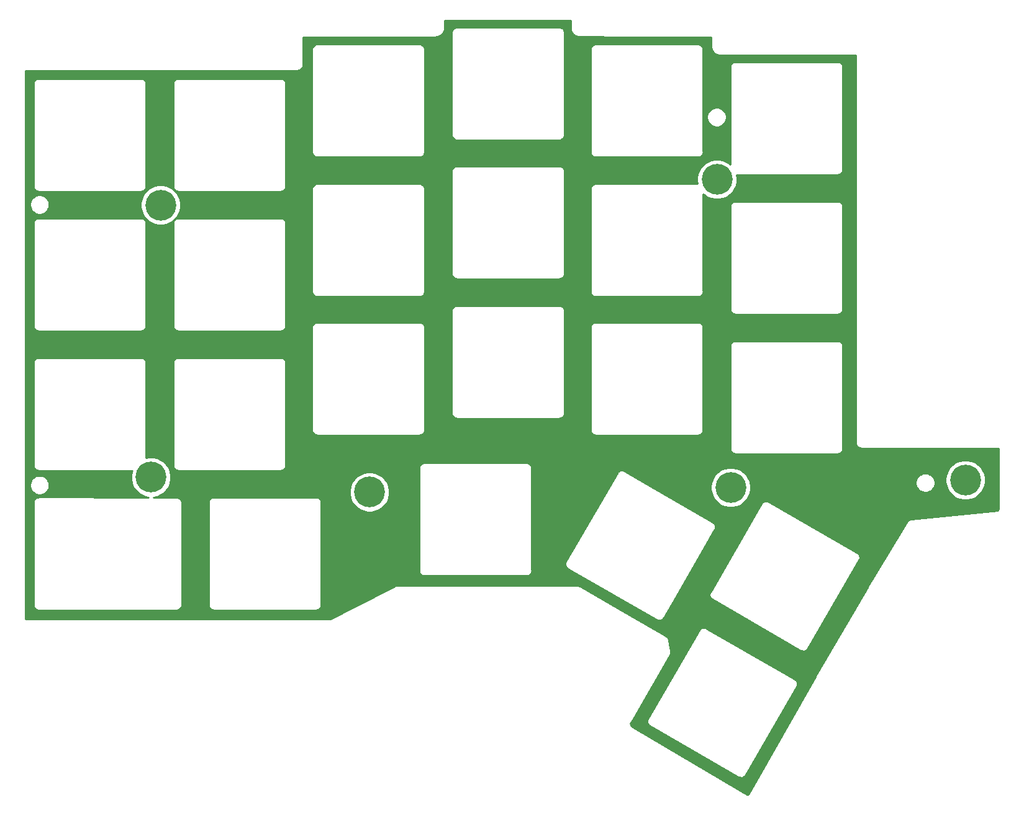
<source format=gbr>
%TF.GenerationSoftware,KiCad,Pcbnew,(5.1.6-0-10_14)*%
%TF.CreationDate,2020-10-04T18:03:56+02:00*%
%TF.ProjectId,cornetrack-top-plate,636f726e-6574-4726-9163-6b2d746f702d,2.1*%
%TF.SameCoordinates,Original*%
%TF.FileFunction,Copper,L1,Top*%
%TF.FilePolarity,Positive*%
%FSLAX46Y46*%
G04 Gerber Fmt 4.6, Leading zero omitted, Abs format (unit mm)*
G04 Created by KiCad (PCBNEW (5.1.6-0-10_14)) date 2020-10-04 18:03:56*
%MOMM*%
%LPD*%
G01*
G04 APERTURE LIST*
%TA.AperFunction,ComponentPad*%
%ADD10C,4.200000*%
%TD*%
%TA.AperFunction,NonConductor*%
%ADD11C,0.254000*%
%TD*%
G04 APERTURE END LIST*
D10*
%TO.P,Ref\u002A\u002A,*%
%TO.N,*%
X36059500Y-76878000D03*
%TD*%
%TO.P,Ref\u002A\u002A,*%
%TO.N,*%
X115095000Y-78268000D03*
%TD*%
%TO.P,Ref\u002A\u002A,*%
%TO.N,*%
X65860500Y-78896000D03*
%TD*%
%TO.P,Ref\u002A\u002A,*%
%TO.N,*%
X113228500Y-36213500D03*
%TD*%
%TO.P,Ref\u002A\u002A,*%
%TO.N,*%
X37371000Y-39713500D03*
%TD*%
%TO.P,Ref\u002A\u002A,*%
%TO.N,*%
X147099000Y-77252000D03*
%TD*%
D11*
G36*
X93266406Y-15545788D02*
G01*
X93277041Y-15653768D01*
X93286669Y-15685507D01*
X93318587Y-15853362D01*
X93319319Y-15855855D01*
X93319571Y-15858437D01*
X93339522Y-15924647D01*
X93359008Y-15990996D01*
X93360208Y-15993296D01*
X93360958Y-15995783D01*
X93393389Y-16056855D01*
X93425392Y-16118159D01*
X93427019Y-16120185D01*
X93428235Y-16122475D01*
X93433969Y-16130986D01*
X93558441Y-16312983D01*
X93567377Y-16323644D01*
X93574522Y-16335568D01*
X93613366Y-16378511D01*
X93650588Y-16422919D01*
X93661424Y-16431641D01*
X93670749Y-16441950D01*
X93717197Y-16476533D01*
X93762334Y-16512863D01*
X93774657Y-16519314D01*
X93785808Y-16527616D01*
X93794634Y-16532851D01*
X93982111Y-16642269D01*
X94038061Y-16667967D01*
X94093249Y-16695197D01*
X94103146Y-16697860D01*
X94112466Y-16702141D01*
X94172343Y-16716482D01*
X94231768Y-16732474D01*
X94241902Y-16734091D01*
X94337990Y-16748730D01*
X94356341Y-16754320D01*
X94464309Y-16765082D01*
X101140491Y-16772957D01*
X101140965Y-16773004D01*
X101176048Y-16772999D01*
X101212210Y-16773042D01*
X101212698Y-16772994D01*
X112410790Y-16771508D01*
X112410789Y-18071053D01*
X112421424Y-18179033D01*
X112434899Y-18223454D01*
X112478494Y-18414900D01*
X112482778Y-18427756D01*
X112484973Y-18441113D01*
X112505406Y-18495667D01*
X112523840Y-18550990D01*
X112530538Y-18562768D01*
X112535287Y-18575446D01*
X112565938Y-18625010D01*
X112594757Y-18675682D01*
X112603611Y-18685929D01*
X112610735Y-18697449D01*
X112617016Y-18705565D01*
X112749704Y-18874585D01*
X112757129Y-18882346D01*
X112763166Y-18891228D01*
X112806647Y-18934103D01*
X112848869Y-18978234D01*
X112857661Y-18984405D01*
X112865308Y-18991946D01*
X112916291Y-19025560D01*
X112966279Y-19060649D01*
X112976102Y-19064995D01*
X112985067Y-19070906D01*
X112994179Y-19075629D01*
X113187290Y-19174015D01*
X113234058Y-19192341D01*
X113279644Y-19213372D01*
X113300687Y-19218449D01*
X113320849Y-19226350D01*
X113370280Y-19235242D01*
X113419089Y-19247019D01*
X113429262Y-19248371D01*
X113492286Y-19256295D01*
X113501817Y-19259186D01*
X113609796Y-19269822D01*
X132152960Y-19270077D01*
X132140010Y-72135797D01*
X132136444Y-72172000D01*
X132143811Y-72246803D01*
X132150600Y-72315907D01*
X132150626Y-72315992D01*
X132150635Y-72316085D01*
X132172140Y-72386978D01*
X132192594Y-72454465D01*
X132192636Y-72454543D01*
X132192663Y-72454633D01*
X132227987Y-72520720D01*
X132260813Y-72582169D01*
X132260868Y-72582237D01*
X132260913Y-72582320D01*
X132308696Y-72640543D01*
X132352635Y-72694110D01*
X132352702Y-72694165D01*
X132352762Y-72694238D01*
X132410621Y-72741722D01*
X132464530Y-72785986D01*
X132464607Y-72786027D01*
X132464680Y-72786087D01*
X132530850Y-72821455D01*
X132592200Y-72854267D01*
X132592283Y-72854292D01*
X132592367Y-72854337D01*
X132664553Y-72876234D01*
X132730738Y-72896329D01*
X132730824Y-72896338D01*
X132730915Y-72896365D01*
X132806528Y-72903812D01*
X132874820Y-72910555D01*
X132911007Y-72907000D01*
X151634784Y-72907000D01*
X151634785Y-81120101D01*
X151573835Y-81400935D01*
X139713783Y-82611145D01*
X139697098Y-82610318D01*
X139641892Y-82618481D01*
X139622469Y-82620463D01*
X139606197Y-82623759D01*
X139553873Y-82631496D01*
X139535375Y-82638105D01*
X139516127Y-82642004D01*
X139467340Y-82662413D01*
X139417532Y-82680209D01*
X139400681Y-82690299D01*
X139382561Y-82697879D01*
X139338687Y-82727418D01*
X139293314Y-82754586D01*
X139278755Y-82767769D01*
X139262462Y-82778739D01*
X139225202Y-82816262D01*
X139185993Y-82851766D01*
X139174282Y-82867541D01*
X139160446Y-82881475D01*
X139131224Y-82925543D01*
X139121318Y-82938887D01*
X139111265Y-82955642D01*
X139080433Y-83002138D01*
X139074096Y-83017591D01*
X133784983Y-91832780D01*
X133782314Y-91836469D01*
X133766382Y-91863781D01*
X133750167Y-91890806D01*
X133748225Y-91894908D01*
X126668355Y-104031829D01*
X126666098Y-104035020D01*
X126650121Y-104063088D01*
X126633931Y-104090842D01*
X126632310Y-104094377D01*
X117461649Y-120205000D01*
X117327825Y-120205000D01*
X101595117Y-110914032D01*
X101427261Y-110466416D01*
X101558429Y-110239852D01*
X103692956Y-110239852D01*
X103715256Y-110374927D01*
X103763481Y-110503055D01*
X103835774Y-110619313D01*
X103929360Y-110719234D01*
X103969819Y-110748226D01*
X104040642Y-110798977D01*
X104071883Y-110813132D01*
X116137124Y-117779003D01*
X116164998Y-117798977D01*
X116196232Y-117813129D01*
X116196239Y-117813133D01*
X116252994Y-117838848D01*
X116289698Y-117855478D01*
X116372605Y-117874809D01*
X116423023Y-117886565D01*
X116559852Y-117891044D01*
X116694927Y-117868744D01*
X116823055Y-117820519D01*
X116834933Y-117813133D01*
X116939313Y-117748226D01*
X117039234Y-117654640D01*
X117098998Y-117571239D01*
X117099003Y-117571231D01*
X117118976Y-117543358D01*
X117133128Y-117512125D01*
X124099007Y-105446869D01*
X124118976Y-105419002D01*
X124133124Y-105387776D01*
X124133133Y-105387761D01*
X124175477Y-105294303D01*
X124206565Y-105160977D01*
X124211044Y-105024148D01*
X124211044Y-105024147D01*
X124188744Y-104889072D01*
X124140519Y-104760943D01*
X124068225Y-104644686D01*
X123974639Y-104544765D01*
X123891239Y-104485001D01*
X123891224Y-104484992D01*
X123863358Y-104465024D01*
X123832133Y-104450876D01*
X111766873Y-97484996D01*
X111739002Y-97465024D01*
X111707771Y-97450873D01*
X111707760Y-97450867D01*
X111614302Y-97408522D01*
X111480975Y-97377435D01*
X111344148Y-97372956D01*
X111344147Y-97372956D01*
X111209072Y-97395256D01*
X111080943Y-97443481D01*
X110991794Y-97498918D01*
X110964687Y-97515774D01*
X110964686Y-97515775D01*
X110864765Y-97609361D01*
X110805001Y-97692761D01*
X110804996Y-97692769D01*
X110785023Y-97720642D01*
X110770871Y-97751875D01*
X103805000Y-109817120D01*
X103785023Y-109844998D01*
X103728522Y-109969698D01*
X103697435Y-110103025D01*
X103692956Y-110239852D01*
X101558429Y-110239852D01*
X106805326Y-101177033D01*
X106805987Y-101176277D01*
X106841415Y-101114697D01*
X106859178Y-101084016D01*
X106859597Y-101083095D01*
X106878187Y-101050782D01*
X106889475Y-101017362D01*
X106904076Y-100985239D01*
X106912587Y-100948933D01*
X106924517Y-100913612D01*
X106929069Y-100878628D01*
X106937121Y-100844278D01*
X106938386Y-100807013D01*
X106943196Y-100770040D01*
X106940835Y-100734841D01*
X106942032Y-100699579D01*
X106936002Y-100662785D01*
X106935935Y-100661780D01*
X106930125Y-100626923D01*
X106918618Y-100556702D01*
X106918265Y-100555761D01*
X106687885Y-99173486D01*
X106687888Y-99173395D01*
X106675982Y-99102066D01*
X106670063Y-99066553D01*
X106670040Y-99066466D01*
X106664051Y-99030589D01*
X106651241Y-98996736D01*
X106641821Y-98961791D01*
X106625687Y-98929200D01*
X106612813Y-98895176D01*
X106593642Y-98864468D01*
X106577588Y-98832038D01*
X106555405Y-98803220D01*
X106536141Y-98772362D01*
X106511349Y-98745986D01*
X106489275Y-98717308D01*
X106461899Y-98693374D01*
X106436983Y-98666865D01*
X106407516Y-98645828D01*
X106380276Y-98622013D01*
X106348756Y-98603879D01*
X106348675Y-98603821D01*
X106313691Y-98583705D01*
X106254781Y-98549813D01*
X106254701Y-98549786D01*
X101239873Y-95666260D01*
X94561312Y-91759934D01*
X94550320Y-91750913D01*
X94498895Y-91723426D01*
X94479923Y-91712329D01*
X94467104Y-91706433D01*
X94422633Y-91682663D01*
X94401452Y-91676238D01*
X94381347Y-91666991D01*
X94332326Y-91655269D01*
X94284085Y-91640635D01*
X94262057Y-91638465D01*
X94240535Y-91633319D01*
X94190168Y-91631385D01*
X94176105Y-91630000D01*
X94154095Y-91630000D01*
X94095860Y-91627764D01*
X94081824Y-91630000D01*
X69634795Y-91630000D01*
X69568276Y-91628945D01*
X69526840Y-91636506D01*
X69484915Y-91640635D01*
X69455788Y-91649470D01*
X69425846Y-91654934D01*
X69386678Y-91670435D01*
X69346367Y-91682663D01*
X69287668Y-91714038D01*
X60561078Y-96202000D01*
X18929000Y-96202000D01*
X18929000Y-94312000D01*
X20005565Y-94312000D01*
X20012465Y-94382060D01*
X20019125Y-94450434D01*
X20019235Y-94450798D01*
X20019273Y-94451184D01*
X20039699Y-94518520D01*
X20059581Y-94584314D01*
X20059759Y-94584648D01*
X20059872Y-94585020D01*
X20093122Y-94647227D01*
X20125377Y-94707727D01*
X20125616Y-94708019D01*
X20125800Y-94708363D01*
X20170581Y-94762929D01*
X20213986Y-94815934D01*
X20214278Y-94816174D01*
X20214525Y-94816475D01*
X20268926Y-94861121D01*
X20322003Y-94904775D01*
X20322338Y-94904954D01*
X20322637Y-94905200D01*
X20384470Y-94938250D01*
X20445275Y-94970835D01*
X20445639Y-94970946D01*
X20445980Y-94971128D01*
X20513129Y-94991498D01*
X20579068Y-95011577D01*
X20579445Y-95011615D01*
X20579816Y-95011727D01*
X20649649Y-95018605D01*
X20718237Y-95025434D01*
X20753491Y-95022000D01*
X39510123Y-95022000D01*
X39545000Y-95025435D01*
X39579877Y-95022000D01*
X39684184Y-95011727D01*
X39818020Y-94971128D01*
X39941363Y-94905200D01*
X40049475Y-94816475D01*
X40138200Y-94708363D01*
X40204128Y-94585020D01*
X40244727Y-94451184D01*
X40258435Y-94312000D01*
X40255000Y-94277123D01*
X40255000Y-80347105D01*
X40258435Y-80312455D01*
X40258391Y-80312000D01*
X43896638Y-80312000D01*
X43900000Y-80346135D01*
X43900001Y-94277855D01*
X43896638Y-94312000D01*
X43910057Y-94448244D01*
X43949798Y-94579252D01*
X44014333Y-94699989D01*
X44101183Y-94805817D01*
X44207011Y-94892667D01*
X44327748Y-94957202D01*
X44458756Y-94996943D01*
X44560865Y-95007000D01*
X44560866Y-95007000D01*
X44595000Y-95010362D01*
X44629135Y-95007000D01*
X58560865Y-95007000D01*
X58595000Y-95010362D01*
X58629134Y-95007000D01*
X58629135Y-95007000D01*
X58731244Y-94996943D01*
X58862252Y-94957202D01*
X58982989Y-94892667D01*
X59088817Y-94805817D01*
X59175667Y-94699989D01*
X59240202Y-94579252D01*
X59279943Y-94448244D01*
X59293362Y-94312000D01*
X59290000Y-94277865D01*
X59290000Y-80346135D01*
X59293362Y-80312000D01*
X59279943Y-80175756D01*
X59240202Y-80044748D01*
X59175667Y-79924011D01*
X59088817Y-79818183D01*
X58982989Y-79731333D01*
X58862252Y-79666798D01*
X58731244Y-79627057D01*
X58629135Y-79617000D01*
X58595000Y-79613638D01*
X58560866Y-79617000D01*
X44629134Y-79617000D01*
X44595000Y-79613638D01*
X44560865Y-79617000D01*
X44458756Y-79627057D01*
X44327748Y-79666798D01*
X44207011Y-79731333D01*
X44101183Y-79818183D01*
X44014333Y-79924011D01*
X43949798Y-80044748D01*
X43910057Y-80175756D01*
X43896638Y-80312000D01*
X40258391Y-80312000D01*
X40255000Y-80277350D01*
X40255000Y-80277123D01*
X40251563Y-80242227D01*
X40244815Y-80173263D01*
X40244750Y-80173048D01*
X40244727Y-80172816D01*
X40224277Y-80105400D01*
X40204302Y-80039401D01*
X40204195Y-80039200D01*
X40204128Y-80038980D01*
X40170850Y-79976721D01*
X40138452Y-79916016D01*
X40138310Y-79915843D01*
X40138200Y-79915637D01*
X40093630Y-79861329D01*
X40049796Y-79807847D01*
X40049619Y-79807701D01*
X40049474Y-79807525D01*
X39995906Y-79763563D01*
X39941741Y-79719053D01*
X39941538Y-79718944D01*
X39941362Y-79718800D01*
X39879850Y-79685921D01*
X39818440Y-79653047D01*
X39818223Y-79652981D01*
X39818019Y-79652872D01*
X39751041Y-79632554D01*
X39684630Y-79612362D01*
X39684402Y-79612339D01*
X39684183Y-79612273D01*
X39614188Y-79605379D01*
X39580330Y-79602023D01*
X39580109Y-79602023D01*
X39545000Y-79598565D01*
X39510343Y-79601978D01*
X36394277Y-79599990D01*
X36857270Y-79507895D01*
X37355008Y-79301725D01*
X37802961Y-79002413D01*
X38178748Y-78626626D01*
X63125500Y-78626626D01*
X63125500Y-79165374D01*
X63230605Y-79693770D01*
X63436775Y-80191508D01*
X63736087Y-80639461D01*
X64117039Y-81020413D01*
X64564992Y-81319725D01*
X65062730Y-81525895D01*
X65591126Y-81631000D01*
X66129874Y-81631000D01*
X66658270Y-81525895D01*
X67156008Y-81319725D01*
X67603961Y-81020413D01*
X67984913Y-80639461D01*
X68284225Y-80191508D01*
X68490395Y-79693770D01*
X68595500Y-79165374D01*
X68595500Y-78626626D01*
X68490395Y-78098230D01*
X68284225Y-77600492D01*
X67984913Y-77152539D01*
X67603961Y-76771587D01*
X67156008Y-76472275D01*
X66658270Y-76266105D01*
X66129874Y-76161000D01*
X65591126Y-76161000D01*
X65062730Y-76266105D01*
X64564992Y-76472275D01*
X64117039Y-76771587D01*
X63736087Y-77152539D01*
X63436775Y-77600492D01*
X63230605Y-78098230D01*
X63125500Y-78626626D01*
X38178748Y-78626626D01*
X38183913Y-78621461D01*
X38483225Y-78173508D01*
X38689395Y-77675770D01*
X38794500Y-77147374D01*
X38794500Y-76608626D01*
X38689395Y-76080230D01*
X38483225Y-75582492D01*
X38183913Y-75134539D01*
X37802961Y-74753587D01*
X37355008Y-74454275D01*
X36857270Y-74248105D01*
X36328874Y-74143000D01*
X35790126Y-74143000D01*
X35414000Y-74217816D01*
X35414000Y-61296135D01*
X35417362Y-61262000D01*
X39070638Y-61262000D01*
X39074000Y-61296135D01*
X39074001Y-75227855D01*
X39070638Y-75262000D01*
X39084057Y-75398244D01*
X39123798Y-75529252D01*
X39188333Y-75649989D01*
X39275183Y-75755817D01*
X39381011Y-75842667D01*
X39501748Y-75907202D01*
X39632756Y-75946943D01*
X39734865Y-75957000D01*
X39734866Y-75957000D01*
X39769000Y-75960362D01*
X39803135Y-75957000D01*
X53734865Y-75957000D01*
X53769000Y-75960362D01*
X53803134Y-75957000D01*
X53803135Y-75957000D01*
X53905244Y-75946943D01*
X54036252Y-75907202D01*
X54156989Y-75842667D01*
X54262817Y-75755817D01*
X54349667Y-75649989D01*
X54369437Y-75613000D01*
X72598638Y-75613000D01*
X72602000Y-75647135D01*
X72602001Y-89578855D01*
X72598638Y-89613000D01*
X72612057Y-89749244D01*
X72651798Y-89880252D01*
X72716333Y-90000989D01*
X72803183Y-90106817D01*
X72909011Y-90193667D01*
X73029748Y-90258202D01*
X73160756Y-90297943D01*
X73262865Y-90308000D01*
X73262866Y-90308000D01*
X73297000Y-90311362D01*
X73331135Y-90308000D01*
X87262865Y-90308000D01*
X87297000Y-90311362D01*
X87331134Y-90308000D01*
X87331135Y-90308000D01*
X87433244Y-90297943D01*
X87564252Y-90258202D01*
X87684989Y-90193667D01*
X87790817Y-90106817D01*
X87877667Y-90000989D01*
X87942202Y-89880252D01*
X87981943Y-89749244D01*
X87995362Y-89613000D01*
X87992000Y-89578865D01*
X87992000Y-88776852D01*
X92516956Y-88776852D01*
X92539256Y-88911927D01*
X92587481Y-89040055D01*
X92659774Y-89156313D01*
X92753360Y-89256234D01*
X92793819Y-89285226D01*
X92864642Y-89335977D01*
X92895883Y-89350132D01*
X104961124Y-96316003D01*
X104988998Y-96335977D01*
X105020232Y-96350129D01*
X105020239Y-96350133D01*
X105076994Y-96375848D01*
X105113698Y-96392478D01*
X105196605Y-96411809D01*
X105247023Y-96423565D01*
X105383852Y-96428044D01*
X105518927Y-96405744D01*
X105647055Y-96357519D01*
X105763313Y-96285226D01*
X105863234Y-96191640D01*
X105922998Y-96108239D01*
X105923003Y-96108231D01*
X105942976Y-96080358D01*
X105957128Y-96049125D01*
X107736101Y-92967852D01*
X112201956Y-92967852D01*
X112224256Y-93102927D01*
X112272481Y-93231055D01*
X112344774Y-93347313D01*
X112438360Y-93447234D01*
X112478819Y-93476226D01*
X112549642Y-93526977D01*
X112580883Y-93541132D01*
X124646124Y-100507003D01*
X124673998Y-100526977D01*
X124705232Y-100541129D01*
X124705239Y-100541133D01*
X124739602Y-100556702D01*
X124798698Y-100583478D01*
X124881605Y-100602809D01*
X124932023Y-100614565D01*
X125068852Y-100619044D01*
X125203927Y-100596744D01*
X125332055Y-100548519D01*
X125448313Y-100476226D01*
X125548234Y-100382640D01*
X125607998Y-100299239D01*
X125608003Y-100299231D01*
X125627976Y-100271358D01*
X125642128Y-100240125D01*
X132608007Y-88174869D01*
X132627976Y-88147002D01*
X132642124Y-88115776D01*
X132642133Y-88115761D01*
X132684477Y-88022303D01*
X132715565Y-87888977D01*
X132720044Y-87752148D01*
X132697744Y-87617073D01*
X132697744Y-87617072D01*
X132649519Y-87488943D01*
X132577225Y-87372686D01*
X132483639Y-87272765D01*
X132400239Y-87213001D01*
X132400224Y-87212992D01*
X132372358Y-87193024D01*
X132341133Y-87178876D01*
X120275873Y-80212996D01*
X120248002Y-80193024D01*
X120216771Y-80178873D01*
X120216760Y-80178867D01*
X120123302Y-80136522D01*
X119989975Y-80105435D01*
X119853148Y-80100956D01*
X119853147Y-80100956D01*
X119718072Y-80123256D01*
X119589943Y-80171481D01*
X119500794Y-80226918D01*
X119473687Y-80243774D01*
X119437288Y-80277865D01*
X119373765Y-80337361D01*
X119314001Y-80420761D01*
X119313996Y-80420769D01*
X119294023Y-80448642D01*
X119279871Y-80479875D01*
X112314000Y-92545120D01*
X112294023Y-92572998D01*
X112237522Y-92697698D01*
X112206435Y-92831025D01*
X112201956Y-92967852D01*
X107736101Y-92967852D01*
X112923007Y-83983869D01*
X112942976Y-83956002D01*
X112957124Y-83924776D01*
X112957133Y-83924761D01*
X112999477Y-83831303D01*
X113030565Y-83697977D01*
X113035044Y-83561148D01*
X113012744Y-83426073D01*
X113012744Y-83426072D01*
X112964519Y-83297943D01*
X112892225Y-83181686D01*
X112798639Y-83081765D01*
X112715239Y-83022001D01*
X112715224Y-83021992D01*
X112687358Y-83002024D01*
X112656133Y-82987876D01*
X104014498Y-77998626D01*
X112360000Y-77998626D01*
X112360000Y-78537374D01*
X112465105Y-79065770D01*
X112671275Y-79563508D01*
X112970587Y-80011461D01*
X113351539Y-80392413D01*
X113799492Y-80691725D01*
X114297230Y-80897895D01*
X114825626Y-81003000D01*
X115364374Y-81003000D01*
X115892770Y-80897895D01*
X116390508Y-80691725D01*
X116838461Y-80392413D01*
X117219413Y-80011461D01*
X117518725Y-79563508D01*
X117724895Y-79065770D01*
X117830000Y-78537374D01*
X117830000Y-77998626D01*
X117731322Y-77502539D01*
X140313409Y-77502539D01*
X140313409Y-77763461D01*
X140364312Y-78019369D01*
X140464163Y-78260429D01*
X140609123Y-78477377D01*
X140793623Y-78661877D01*
X141010571Y-78806837D01*
X141251631Y-78906688D01*
X141507539Y-78957591D01*
X141768461Y-78957591D01*
X142024369Y-78906688D01*
X142265429Y-78806837D01*
X142482377Y-78661877D01*
X142666877Y-78477377D01*
X142811837Y-78260429D01*
X142911688Y-78019369D01*
X142962591Y-77763461D01*
X142962591Y-77502539D01*
X142911688Y-77246631D01*
X142811837Y-77005571D01*
X142796506Y-76982626D01*
X144364000Y-76982626D01*
X144364000Y-77521374D01*
X144469105Y-78049770D01*
X144675275Y-78547508D01*
X144974587Y-78995461D01*
X145355539Y-79376413D01*
X145803492Y-79675725D01*
X146301230Y-79881895D01*
X146829626Y-79987000D01*
X147368374Y-79987000D01*
X147896770Y-79881895D01*
X148394508Y-79675725D01*
X148842461Y-79376413D01*
X149223413Y-78995461D01*
X149522725Y-78547508D01*
X149728895Y-78049770D01*
X149834000Y-77521374D01*
X149834000Y-76982626D01*
X149728895Y-76454230D01*
X149522725Y-75956492D01*
X149223413Y-75508539D01*
X148842461Y-75127587D01*
X148394508Y-74828275D01*
X147896770Y-74622105D01*
X147368374Y-74517000D01*
X146829626Y-74517000D01*
X146301230Y-74622105D01*
X145803492Y-74828275D01*
X145355539Y-75127587D01*
X144974587Y-75508539D01*
X144675275Y-75956492D01*
X144469105Y-76454230D01*
X144364000Y-76982626D01*
X142796506Y-76982626D01*
X142666877Y-76788623D01*
X142482377Y-76604123D01*
X142265429Y-76459163D01*
X142024369Y-76359312D01*
X141768461Y-76308409D01*
X141507539Y-76308409D01*
X141251631Y-76359312D01*
X141010571Y-76459163D01*
X140793623Y-76604123D01*
X140609123Y-76788623D01*
X140464163Y-77005571D01*
X140364312Y-77246631D01*
X140313409Y-77502539D01*
X117731322Y-77502539D01*
X117724895Y-77470230D01*
X117518725Y-76972492D01*
X117219413Y-76524539D01*
X116838461Y-76143587D01*
X116390508Y-75844275D01*
X115892770Y-75638105D01*
X115364374Y-75533000D01*
X114825626Y-75533000D01*
X114297230Y-75638105D01*
X113799492Y-75844275D01*
X113351539Y-76143587D01*
X112970587Y-76524539D01*
X112671275Y-76972492D01*
X112465105Y-77470230D01*
X112360000Y-77998626D01*
X104014498Y-77998626D01*
X100590873Y-76021996D01*
X100563002Y-76002024D01*
X100531771Y-75987873D01*
X100531760Y-75987867D01*
X100438302Y-75945522D01*
X100304975Y-75914435D01*
X100168148Y-75909956D01*
X100168147Y-75909956D01*
X100033072Y-75932256D01*
X99904943Y-75980481D01*
X99815794Y-76035918D01*
X99788687Y-76052774D01*
X99757731Y-76081767D01*
X99688765Y-76146361D01*
X99629001Y-76229761D01*
X99628996Y-76229769D01*
X99609023Y-76257642D01*
X99594871Y-76288875D01*
X92629000Y-88354120D01*
X92609023Y-88381998D01*
X92594869Y-88413237D01*
X92594867Y-88413240D01*
X92589918Y-88424163D01*
X92552522Y-88506698D01*
X92521435Y-88640025D01*
X92516956Y-88776852D01*
X87992000Y-88776852D01*
X87992000Y-75647135D01*
X87995362Y-75613000D01*
X87981943Y-75476756D01*
X87942202Y-75345748D01*
X87877667Y-75225011D01*
X87790817Y-75119183D01*
X87684989Y-75032333D01*
X87564252Y-74967798D01*
X87433244Y-74928057D01*
X87331135Y-74918000D01*
X87297000Y-74914638D01*
X87262866Y-74918000D01*
X73331134Y-74918000D01*
X73297000Y-74914638D01*
X73262865Y-74918000D01*
X73160756Y-74928057D01*
X73029748Y-74967798D01*
X72909011Y-75032333D01*
X72803183Y-75119183D01*
X72716333Y-75225011D01*
X72651798Y-75345748D01*
X72612057Y-75476756D01*
X72598638Y-75613000D01*
X54369437Y-75613000D01*
X54414202Y-75529252D01*
X54453943Y-75398244D01*
X54467362Y-75262000D01*
X54464000Y-75227865D01*
X54464000Y-61296135D01*
X54467362Y-61262000D01*
X54453943Y-61125756D01*
X54414202Y-60994748D01*
X54349667Y-60874011D01*
X54262817Y-60768183D01*
X54156989Y-60681333D01*
X54036252Y-60616798D01*
X53905244Y-60577057D01*
X53803135Y-60567000D01*
X53769000Y-60563638D01*
X53734866Y-60567000D01*
X39803134Y-60567000D01*
X39769000Y-60563638D01*
X39734865Y-60567000D01*
X39632756Y-60577057D01*
X39501748Y-60616798D01*
X39381011Y-60681333D01*
X39275183Y-60768183D01*
X39188333Y-60874011D01*
X39123798Y-60994748D01*
X39084057Y-61125756D01*
X39070638Y-61262000D01*
X35417362Y-61262000D01*
X35403943Y-61125756D01*
X35364202Y-60994748D01*
X35299667Y-60874011D01*
X35212817Y-60768183D01*
X35106989Y-60681333D01*
X34986252Y-60616798D01*
X34855244Y-60577057D01*
X34753135Y-60567000D01*
X34719000Y-60563638D01*
X34684866Y-60567000D01*
X20753134Y-60567000D01*
X20719000Y-60563638D01*
X20684865Y-60567000D01*
X20582756Y-60577057D01*
X20451748Y-60616798D01*
X20331011Y-60681333D01*
X20225183Y-60768183D01*
X20138333Y-60874011D01*
X20073798Y-60994748D01*
X20034057Y-61125756D01*
X20020638Y-61262000D01*
X20024000Y-61296135D01*
X20024001Y-75227855D01*
X20020638Y-75262000D01*
X20034057Y-75398244D01*
X20073798Y-75529252D01*
X20138333Y-75649989D01*
X20225183Y-75755817D01*
X20331011Y-75842667D01*
X20451748Y-75907202D01*
X20582756Y-75946943D01*
X20684865Y-75957000D01*
X20684866Y-75957000D01*
X20719000Y-75960362D01*
X20753135Y-75957000D01*
X33480649Y-75957000D01*
X33429605Y-76080230D01*
X33324500Y-76608626D01*
X33324500Y-77147374D01*
X33429605Y-77675770D01*
X33635775Y-78173508D01*
X33935087Y-78621461D01*
X34316039Y-79002413D01*
X34763992Y-79301725D01*
X35261730Y-79507895D01*
X35722569Y-79599562D01*
X20769478Y-79590023D01*
X20734763Y-79586566D01*
X20699734Y-79589978D01*
X20699576Y-79589978D01*
X20664385Y-79593421D01*
X20595566Y-79600125D01*
X20595417Y-79600170D01*
X20595263Y-79600185D01*
X20527600Y-79620663D01*
X20461686Y-79640581D01*
X20461553Y-79640652D01*
X20461401Y-79640698D01*
X20398849Y-79674082D01*
X20338273Y-79706377D01*
X20338154Y-79706474D01*
X20338016Y-79706548D01*
X20283385Y-79751324D01*
X20230066Y-79794986D01*
X20229969Y-79795104D01*
X20229847Y-79795204D01*
X20184799Y-79850024D01*
X20141225Y-79903003D01*
X20141153Y-79903137D01*
X20141053Y-79903259D01*
X20108010Y-79964984D01*
X20075165Y-80026275D01*
X20075119Y-80026425D01*
X20075047Y-80026560D01*
X20054623Y-80093734D01*
X20034423Y-80160068D01*
X20034408Y-80160219D01*
X20034362Y-80160370D01*
X20027515Y-80229443D01*
X20024038Y-80264363D01*
X20024038Y-80264521D01*
X20020566Y-80299545D01*
X20023963Y-80334266D01*
X20009038Y-94276734D01*
X20005565Y-94312000D01*
X18929000Y-94312000D01*
X18929000Y-77824539D01*
X19536409Y-77824539D01*
X19536409Y-78085461D01*
X19587312Y-78341369D01*
X19687163Y-78582429D01*
X19832123Y-78799377D01*
X20016623Y-78983877D01*
X20233571Y-79128837D01*
X20474631Y-79228688D01*
X20730539Y-79279591D01*
X20991461Y-79279591D01*
X21247369Y-79228688D01*
X21488429Y-79128837D01*
X21705377Y-78983877D01*
X21889877Y-78799377D01*
X22034837Y-78582429D01*
X22134688Y-78341369D01*
X22185591Y-78085461D01*
X22185591Y-77824539D01*
X22134688Y-77568631D01*
X22034837Y-77327571D01*
X21889877Y-77110623D01*
X21705377Y-76926123D01*
X21488429Y-76781163D01*
X21247369Y-76681312D01*
X20991461Y-76630409D01*
X20730539Y-76630409D01*
X20474631Y-76681312D01*
X20233571Y-76781163D01*
X20016623Y-76926123D01*
X19832123Y-77110623D01*
X19687163Y-77327571D01*
X19587312Y-77568631D01*
X19536409Y-77824539D01*
X18929000Y-77824539D01*
X18929000Y-42212000D01*
X20020638Y-42212000D01*
X20024000Y-42246135D01*
X20024001Y-56177855D01*
X20020638Y-56212000D01*
X20034057Y-56348244D01*
X20073798Y-56479252D01*
X20138333Y-56599989D01*
X20225183Y-56705817D01*
X20331011Y-56792667D01*
X20451748Y-56857202D01*
X20582756Y-56896943D01*
X20684865Y-56907000D01*
X20684866Y-56907000D01*
X20719000Y-56910362D01*
X20753135Y-56907000D01*
X34684865Y-56907000D01*
X34719000Y-56910362D01*
X34753134Y-56907000D01*
X34753135Y-56907000D01*
X34855244Y-56896943D01*
X34986252Y-56857202D01*
X35106989Y-56792667D01*
X35212817Y-56705817D01*
X35299667Y-56599989D01*
X35364202Y-56479252D01*
X35403943Y-56348244D01*
X35417362Y-56212000D01*
X35414000Y-56177865D01*
X35414000Y-42246135D01*
X35417362Y-42212000D01*
X35403943Y-42075756D01*
X35364202Y-41944748D01*
X35299667Y-41824011D01*
X35212817Y-41718183D01*
X35106989Y-41631333D01*
X34986252Y-41566798D01*
X34855244Y-41527057D01*
X34753135Y-41517000D01*
X34719000Y-41513638D01*
X34684866Y-41517000D01*
X20753134Y-41517000D01*
X20719000Y-41513638D01*
X20684865Y-41517000D01*
X20582756Y-41527057D01*
X20451748Y-41566798D01*
X20331011Y-41631333D01*
X20225183Y-41718183D01*
X20138333Y-41824011D01*
X20073798Y-41944748D01*
X20034057Y-42075756D01*
X20020638Y-42212000D01*
X18929000Y-42212000D01*
X18929000Y-39529539D01*
X19536409Y-39529539D01*
X19536409Y-39790461D01*
X19587312Y-40046369D01*
X19687163Y-40287429D01*
X19832123Y-40504377D01*
X20016623Y-40688877D01*
X20233571Y-40833837D01*
X20474631Y-40933688D01*
X20730539Y-40984591D01*
X20991461Y-40984591D01*
X21247369Y-40933688D01*
X21488429Y-40833837D01*
X21705377Y-40688877D01*
X21889877Y-40504377D01*
X22034837Y-40287429D01*
X22134688Y-40046369D01*
X22185591Y-39790461D01*
X22185591Y-39529539D01*
X22168602Y-39444126D01*
X34636000Y-39444126D01*
X34636000Y-39982874D01*
X34741105Y-40511270D01*
X34947275Y-41009008D01*
X35246587Y-41456961D01*
X35627539Y-41837913D01*
X36075492Y-42137225D01*
X36573230Y-42343395D01*
X37101626Y-42448500D01*
X37640374Y-42448500D01*
X38168770Y-42343395D01*
X38485985Y-42212000D01*
X39070638Y-42212000D01*
X39074000Y-42246135D01*
X39074001Y-56177855D01*
X39070638Y-56212000D01*
X39084057Y-56348244D01*
X39123798Y-56479252D01*
X39188333Y-56599989D01*
X39275183Y-56705817D01*
X39381011Y-56792667D01*
X39501748Y-56857202D01*
X39632756Y-56896943D01*
X39734865Y-56907000D01*
X39734866Y-56907000D01*
X39769000Y-56910362D01*
X39803135Y-56907000D01*
X53734865Y-56907000D01*
X53769000Y-56910362D01*
X53803134Y-56907000D01*
X53803135Y-56907000D01*
X53905244Y-56896943D01*
X54036252Y-56857202D01*
X54156989Y-56792667D01*
X54262817Y-56705817D01*
X54349667Y-56599989D01*
X54414202Y-56479252D01*
X54427322Y-56436000D01*
X57993638Y-56436000D01*
X57997000Y-56470135D01*
X57997001Y-70401855D01*
X57993638Y-70436000D01*
X58007057Y-70572244D01*
X58046798Y-70703252D01*
X58111333Y-70823989D01*
X58198183Y-70929817D01*
X58304011Y-71016667D01*
X58424748Y-71081202D01*
X58555756Y-71120943D01*
X58657865Y-71131000D01*
X58657866Y-71131000D01*
X58692000Y-71134362D01*
X58726135Y-71131000D01*
X72657865Y-71131000D01*
X72692000Y-71134362D01*
X72726134Y-71131000D01*
X72726135Y-71131000D01*
X72828244Y-71120943D01*
X72959252Y-71081202D01*
X73079989Y-71016667D01*
X73185817Y-70929817D01*
X73272667Y-70823989D01*
X73337202Y-70703252D01*
X73376943Y-70572244D01*
X73390362Y-70436000D01*
X73387000Y-70401865D01*
X73387000Y-56470135D01*
X73390362Y-56436000D01*
X73376943Y-56299756D01*
X73337202Y-56168748D01*
X73272667Y-56048011D01*
X73185817Y-55942183D01*
X73079989Y-55855333D01*
X72959252Y-55790798D01*
X72828244Y-55751057D01*
X72726135Y-55741000D01*
X72692000Y-55737638D01*
X72657866Y-55741000D01*
X58726134Y-55741000D01*
X58692000Y-55737638D01*
X58657865Y-55741000D01*
X58555756Y-55751057D01*
X58424748Y-55790798D01*
X58304011Y-55855333D01*
X58198183Y-55942183D01*
X58111333Y-56048011D01*
X58046798Y-56168748D01*
X58007057Y-56299756D01*
X57993638Y-56436000D01*
X54427322Y-56436000D01*
X54453943Y-56348244D01*
X54467362Y-56212000D01*
X54464000Y-56177865D01*
X54464000Y-54150000D01*
X77043638Y-54150000D01*
X77047000Y-54184135D01*
X77047001Y-68115855D01*
X77043638Y-68150000D01*
X77057057Y-68286244D01*
X77096798Y-68417252D01*
X77161333Y-68537989D01*
X77248183Y-68643817D01*
X77354011Y-68730667D01*
X77474748Y-68795202D01*
X77605756Y-68834943D01*
X77707865Y-68845000D01*
X77707866Y-68845000D01*
X77742000Y-68848362D01*
X77776135Y-68845000D01*
X91707865Y-68845000D01*
X91742000Y-68848362D01*
X91776134Y-68845000D01*
X91776135Y-68845000D01*
X91878244Y-68834943D01*
X92009252Y-68795202D01*
X92129989Y-68730667D01*
X92235817Y-68643817D01*
X92322667Y-68537989D01*
X92387202Y-68417252D01*
X92426943Y-68286244D01*
X92440362Y-68150000D01*
X92437000Y-68115865D01*
X92437000Y-56436000D01*
X95966638Y-56436000D01*
X95970000Y-56470135D01*
X95970001Y-70401855D01*
X95966638Y-70436000D01*
X95980057Y-70572244D01*
X96019798Y-70703252D01*
X96084333Y-70823989D01*
X96171183Y-70929817D01*
X96277011Y-71016667D01*
X96397748Y-71081202D01*
X96528756Y-71120943D01*
X96630865Y-71131000D01*
X96630866Y-71131000D01*
X96665000Y-71134362D01*
X96699135Y-71131000D01*
X110630865Y-71131000D01*
X110665000Y-71134362D01*
X110699134Y-71131000D01*
X110699135Y-71131000D01*
X110801244Y-71120943D01*
X110932252Y-71081202D01*
X111052989Y-71016667D01*
X111158817Y-70929817D01*
X111245667Y-70823989D01*
X111310202Y-70703252D01*
X111349943Y-70572244D01*
X111363362Y-70436000D01*
X111360000Y-70401865D01*
X111360000Y-58976000D01*
X115016638Y-58976000D01*
X115020000Y-59010135D01*
X115020001Y-72941855D01*
X115016638Y-72976000D01*
X115030057Y-73112244D01*
X115069798Y-73243252D01*
X115134333Y-73363989D01*
X115221183Y-73469817D01*
X115327011Y-73556667D01*
X115447748Y-73621202D01*
X115578756Y-73660943D01*
X115680865Y-73671000D01*
X115680866Y-73671000D01*
X115715000Y-73674362D01*
X115749135Y-73671000D01*
X129680865Y-73671000D01*
X129715000Y-73674362D01*
X129749134Y-73671000D01*
X129749135Y-73671000D01*
X129851244Y-73660943D01*
X129982252Y-73621202D01*
X130102989Y-73556667D01*
X130208817Y-73469817D01*
X130295667Y-73363989D01*
X130360202Y-73243252D01*
X130399943Y-73112244D01*
X130413362Y-72976000D01*
X130410000Y-72941865D01*
X130410000Y-59010135D01*
X130413362Y-58976000D01*
X130399943Y-58839756D01*
X130360202Y-58708748D01*
X130295667Y-58588011D01*
X130208817Y-58482183D01*
X130102989Y-58395333D01*
X129982252Y-58330798D01*
X129851244Y-58291057D01*
X129749135Y-58281000D01*
X129715000Y-58277638D01*
X129680866Y-58281000D01*
X115749134Y-58281000D01*
X115715000Y-58277638D01*
X115680865Y-58281000D01*
X115578756Y-58291057D01*
X115447748Y-58330798D01*
X115327011Y-58395333D01*
X115221183Y-58482183D01*
X115134333Y-58588011D01*
X115069798Y-58708748D01*
X115030057Y-58839756D01*
X115016638Y-58976000D01*
X111360000Y-58976000D01*
X111360000Y-56470135D01*
X111363362Y-56436000D01*
X111349943Y-56299756D01*
X111310202Y-56168748D01*
X111245667Y-56048011D01*
X111158817Y-55942183D01*
X111052989Y-55855333D01*
X110932252Y-55790798D01*
X110801244Y-55751057D01*
X110699135Y-55741000D01*
X110665000Y-55737638D01*
X110630866Y-55741000D01*
X96699134Y-55741000D01*
X96665000Y-55737638D01*
X96630865Y-55741000D01*
X96528756Y-55751057D01*
X96397748Y-55790798D01*
X96277011Y-55855333D01*
X96171183Y-55942183D01*
X96084333Y-56048011D01*
X96019798Y-56168748D01*
X95980057Y-56299756D01*
X95966638Y-56436000D01*
X92437000Y-56436000D01*
X92437000Y-54184135D01*
X92440362Y-54150000D01*
X92426943Y-54013756D01*
X92387202Y-53882748D01*
X92322667Y-53762011D01*
X92235817Y-53656183D01*
X92129989Y-53569333D01*
X92009252Y-53504798D01*
X91878244Y-53465057D01*
X91776135Y-53455000D01*
X91742000Y-53451638D01*
X91707866Y-53455000D01*
X77776134Y-53455000D01*
X77742000Y-53451638D01*
X77707865Y-53455000D01*
X77605756Y-53465057D01*
X77474748Y-53504798D01*
X77354011Y-53569333D01*
X77248183Y-53656183D01*
X77161333Y-53762011D01*
X77096798Y-53882748D01*
X77057057Y-54013756D01*
X77043638Y-54150000D01*
X54464000Y-54150000D01*
X54464000Y-42246135D01*
X54467362Y-42212000D01*
X54453943Y-42075756D01*
X54414202Y-41944748D01*
X54349667Y-41824011D01*
X54262817Y-41718183D01*
X54156989Y-41631333D01*
X54036252Y-41566798D01*
X53905244Y-41527057D01*
X53803135Y-41517000D01*
X53769000Y-41513638D01*
X53734866Y-41517000D01*
X39803134Y-41517000D01*
X39769000Y-41513638D01*
X39734865Y-41517000D01*
X39632756Y-41527057D01*
X39501748Y-41566798D01*
X39381011Y-41631333D01*
X39275183Y-41718183D01*
X39188333Y-41824011D01*
X39123798Y-41944748D01*
X39084057Y-42075756D01*
X39070638Y-42212000D01*
X38485985Y-42212000D01*
X38666508Y-42137225D01*
X39114461Y-41837913D01*
X39495413Y-41456961D01*
X39794725Y-41009008D01*
X40000895Y-40511270D01*
X40106000Y-39982874D01*
X40106000Y-39444126D01*
X40000895Y-38915730D01*
X39794725Y-38417992D01*
X39495413Y-37970039D01*
X39114461Y-37589087D01*
X38666508Y-37289775D01*
X38168770Y-37083605D01*
X37640374Y-36978500D01*
X37101626Y-36978500D01*
X36573230Y-37083605D01*
X36075492Y-37289775D01*
X35627539Y-37589087D01*
X35246587Y-37970039D01*
X34947275Y-38417992D01*
X34741105Y-38915730D01*
X34636000Y-39444126D01*
X22168602Y-39444126D01*
X22134688Y-39273631D01*
X22034837Y-39032571D01*
X21889877Y-38815623D01*
X21705377Y-38631123D01*
X21488429Y-38486163D01*
X21247369Y-38386312D01*
X20991461Y-38335409D01*
X20730539Y-38335409D01*
X20474631Y-38386312D01*
X20233571Y-38486163D01*
X20016623Y-38631123D01*
X19832123Y-38815623D01*
X19687163Y-39032571D01*
X19587312Y-39273631D01*
X19536409Y-39529539D01*
X18929000Y-39529539D01*
X18929000Y-23162000D01*
X20020638Y-23162000D01*
X20024000Y-23196135D01*
X20024001Y-37127855D01*
X20020638Y-37162000D01*
X20034057Y-37298244D01*
X20073798Y-37429252D01*
X20138333Y-37549989D01*
X20225183Y-37655817D01*
X20331011Y-37742667D01*
X20451748Y-37807202D01*
X20582756Y-37846943D01*
X20684865Y-37857000D01*
X20684866Y-37857000D01*
X20719000Y-37860362D01*
X20753135Y-37857000D01*
X34684865Y-37857000D01*
X34719000Y-37860362D01*
X34753134Y-37857000D01*
X34753135Y-37857000D01*
X34855244Y-37846943D01*
X34986252Y-37807202D01*
X35106989Y-37742667D01*
X35212817Y-37655817D01*
X35299667Y-37549989D01*
X35364202Y-37429252D01*
X35403943Y-37298244D01*
X35404854Y-37288999D01*
X35414000Y-37196135D01*
X35414000Y-37196134D01*
X35417362Y-37162000D01*
X35414000Y-37127865D01*
X35414000Y-23196135D01*
X35417362Y-23162000D01*
X39070638Y-23162000D01*
X39074000Y-23196135D01*
X39074001Y-37127855D01*
X39070638Y-37162000D01*
X39084057Y-37298244D01*
X39123798Y-37429252D01*
X39188333Y-37549989D01*
X39275183Y-37655817D01*
X39381011Y-37742667D01*
X39501748Y-37807202D01*
X39632756Y-37846943D01*
X39734865Y-37857000D01*
X39734866Y-37857000D01*
X39769000Y-37860362D01*
X39803135Y-37857000D01*
X53734865Y-37857000D01*
X53769000Y-37860362D01*
X53803134Y-37857000D01*
X53803135Y-37857000D01*
X53905244Y-37846943D01*
X54036252Y-37807202D01*
X54156989Y-37742667D01*
X54262817Y-37655817D01*
X54349667Y-37549989D01*
X54369437Y-37513000D01*
X57993638Y-37513000D01*
X57997000Y-37547135D01*
X57997001Y-51478855D01*
X57993638Y-51513000D01*
X58007057Y-51649244D01*
X58046798Y-51780252D01*
X58111333Y-51900989D01*
X58198183Y-52006817D01*
X58304011Y-52093667D01*
X58424748Y-52158202D01*
X58555756Y-52197943D01*
X58657865Y-52208000D01*
X58657866Y-52208000D01*
X58692000Y-52211362D01*
X58726135Y-52208000D01*
X72657865Y-52208000D01*
X72692000Y-52211362D01*
X72726134Y-52208000D01*
X72726135Y-52208000D01*
X72828244Y-52197943D01*
X72959252Y-52158202D01*
X73079989Y-52093667D01*
X73185817Y-52006817D01*
X73272667Y-51900989D01*
X73337202Y-51780252D01*
X73376943Y-51649244D01*
X73390362Y-51513000D01*
X73387000Y-51478865D01*
X73387000Y-37547135D01*
X73390362Y-37513000D01*
X73376943Y-37376756D01*
X73337202Y-37245748D01*
X73272667Y-37125011D01*
X73185817Y-37019183D01*
X73079989Y-36932333D01*
X72959252Y-36867798D01*
X72828244Y-36828057D01*
X72726135Y-36818000D01*
X72692000Y-36814638D01*
X72657866Y-36818000D01*
X58726134Y-36818000D01*
X58692000Y-36814638D01*
X58657865Y-36818000D01*
X58555756Y-36828057D01*
X58424748Y-36867798D01*
X58304011Y-36932333D01*
X58198183Y-37019183D01*
X58111333Y-37125011D01*
X58046798Y-37245748D01*
X58007057Y-37376756D01*
X57993638Y-37513000D01*
X54369437Y-37513000D01*
X54414202Y-37429252D01*
X54453943Y-37298244D01*
X54454854Y-37288999D01*
X54464000Y-37196135D01*
X54464000Y-37196134D01*
X54467362Y-37162000D01*
X54464000Y-37127865D01*
X54464000Y-35100000D01*
X77043638Y-35100000D01*
X77047000Y-35134135D01*
X77047001Y-49065855D01*
X77043638Y-49100000D01*
X77057057Y-49236244D01*
X77096798Y-49367252D01*
X77161333Y-49487989D01*
X77248183Y-49593817D01*
X77354011Y-49680667D01*
X77474748Y-49745202D01*
X77605756Y-49784943D01*
X77707865Y-49795000D01*
X77707866Y-49795000D01*
X77742000Y-49798362D01*
X77776135Y-49795000D01*
X91707865Y-49795000D01*
X91742000Y-49798362D01*
X91776134Y-49795000D01*
X91776135Y-49795000D01*
X91878244Y-49784943D01*
X92009252Y-49745202D01*
X92129989Y-49680667D01*
X92235817Y-49593817D01*
X92322667Y-49487989D01*
X92387202Y-49367252D01*
X92426943Y-49236244D01*
X92440362Y-49100000D01*
X92437000Y-49065865D01*
X92437000Y-37513000D01*
X95966638Y-37513000D01*
X95970000Y-37547135D01*
X95970001Y-51478855D01*
X95966638Y-51513000D01*
X95980057Y-51649244D01*
X96019798Y-51780252D01*
X96084333Y-51900989D01*
X96171183Y-52006817D01*
X96277011Y-52093667D01*
X96397748Y-52158202D01*
X96528756Y-52197943D01*
X96630865Y-52208000D01*
X96630866Y-52208000D01*
X96665000Y-52211362D01*
X96699135Y-52208000D01*
X110630865Y-52208000D01*
X110665000Y-52211362D01*
X110699134Y-52208000D01*
X110699135Y-52208000D01*
X110801244Y-52197943D01*
X110932252Y-52158202D01*
X111052989Y-52093667D01*
X111158817Y-52006817D01*
X111245667Y-51900989D01*
X111310202Y-51780252D01*
X111349943Y-51649244D01*
X111363362Y-51513000D01*
X111360000Y-51478865D01*
X111360000Y-39926000D01*
X115016638Y-39926000D01*
X115020000Y-39960135D01*
X115020001Y-53891855D01*
X115016638Y-53926000D01*
X115030057Y-54062244D01*
X115069798Y-54193252D01*
X115134333Y-54313989D01*
X115221183Y-54419817D01*
X115327011Y-54506667D01*
X115447748Y-54571202D01*
X115578756Y-54610943D01*
X115680865Y-54621000D01*
X115680866Y-54621000D01*
X115715000Y-54624362D01*
X115749135Y-54621000D01*
X129680865Y-54621000D01*
X129715000Y-54624362D01*
X129749134Y-54621000D01*
X129749135Y-54621000D01*
X129851244Y-54610943D01*
X129982252Y-54571202D01*
X130102989Y-54506667D01*
X130208817Y-54419817D01*
X130295667Y-54313989D01*
X130360202Y-54193252D01*
X130399943Y-54062244D01*
X130413362Y-53926000D01*
X130410000Y-53891865D01*
X130410000Y-39960135D01*
X130413362Y-39926000D01*
X130399943Y-39789756D01*
X130360202Y-39658748D01*
X130295667Y-39538011D01*
X130208817Y-39432183D01*
X130102989Y-39345333D01*
X129982252Y-39280798D01*
X129851244Y-39241057D01*
X129749135Y-39231000D01*
X129715000Y-39227638D01*
X129680866Y-39231000D01*
X115749134Y-39231000D01*
X115715000Y-39227638D01*
X115680865Y-39231000D01*
X115578756Y-39241057D01*
X115447748Y-39280798D01*
X115327011Y-39345333D01*
X115221183Y-39432183D01*
X115134333Y-39538011D01*
X115069798Y-39658748D01*
X115030057Y-39789756D01*
X115016638Y-39926000D01*
X111360000Y-39926000D01*
X111360000Y-38212874D01*
X111485039Y-38337913D01*
X111932992Y-38637225D01*
X112430730Y-38843395D01*
X112959126Y-38948500D01*
X113497874Y-38948500D01*
X114026270Y-38843395D01*
X114524008Y-38637225D01*
X114971961Y-38337913D01*
X115352913Y-37956961D01*
X115652225Y-37509008D01*
X115858395Y-37011270D01*
X115963500Y-36482874D01*
X115963500Y-35944126D01*
X115889280Y-35571000D01*
X129680865Y-35571000D01*
X129715000Y-35574362D01*
X129749134Y-35571000D01*
X129749135Y-35571000D01*
X129851244Y-35560943D01*
X129982252Y-35521202D01*
X130102989Y-35456667D01*
X130208817Y-35369817D01*
X130295667Y-35263989D01*
X130360202Y-35143252D01*
X130399943Y-35012244D01*
X130413362Y-34876000D01*
X130410000Y-34841865D01*
X130410000Y-20910135D01*
X130413362Y-20876000D01*
X130399943Y-20739756D01*
X130360202Y-20608748D01*
X130295667Y-20488011D01*
X130208817Y-20382183D01*
X130102989Y-20295333D01*
X129982252Y-20230798D01*
X129851244Y-20191057D01*
X129749135Y-20181000D01*
X129715000Y-20177638D01*
X129680866Y-20181000D01*
X115749134Y-20181000D01*
X115715000Y-20177638D01*
X115680865Y-20181000D01*
X115578756Y-20191057D01*
X115447748Y-20230798D01*
X115327011Y-20295333D01*
X115221183Y-20382183D01*
X115134333Y-20488011D01*
X115069798Y-20608748D01*
X115030057Y-20739756D01*
X115016638Y-20876000D01*
X115020000Y-20910135D01*
X115020001Y-34137127D01*
X114971961Y-34089087D01*
X114524008Y-33789775D01*
X114026270Y-33583605D01*
X113497874Y-33478500D01*
X112959126Y-33478500D01*
X112430730Y-33583605D01*
X111932992Y-33789775D01*
X111485039Y-34089087D01*
X111104087Y-34470039D01*
X110804775Y-34917992D01*
X110598605Y-35415730D01*
X110493500Y-35944126D01*
X110493500Y-36482874D01*
X110560161Y-36818000D01*
X96699134Y-36818000D01*
X96665000Y-36814638D01*
X96630865Y-36818000D01*
X96528756Y-36828057D01*
X96397748Y-36867798D01*
X96277011Y-36932333D01*
X96171183Y-37019183D01*
X96084333Y-37125011D01*
X96019798Y-37245748D01*
X95980057Y-37376756D01*
X95966638Y-37513000D01*
X92437000Y-37513000D01*
X92437000Y-35134135D01*
X92440362Y-35100000D01*
X92426943Y-34963756D01*
X92387202Y-34832748D01*
X92322667Y-34712011D01*
X92235817Y-34606183D01*
X92129989Y-34519333D01*
X92009252Y-34454798D01*
X91878244Y-34415057D01*
X91776135Y-34405000D01*
X91742000Y-34401638D01*
X91707866Y-34405000D01*
X77776134Y-34405000D01*
X77742000Y-34401638D01*
X77707865Y-34405000D01*
X77605756Y-34415057D01*
X77474748Y-34454798D01*
X77354011Y-34519333D01*
X77248183Y-34606183D01*
X77161333Y-34712011D01*
X77096798Y-34832748D01*
X77057057Y-34963756D01*
X77043638Y-35100000D01*
X54464000Y-35100000D01*
X54464000Y-23196135D01*
X54467362Y-23162000D01*
X54456962Y-23056403D01*
X54453943Y-23025756D01*
X54414202Y-22894748D01*
X54349667Y-22774011D01*
X54262817Y-22668183D01*
X54156989Y-22581333D01*
X54036252Y-22516798D01*
X53905244Y-22477057D01*
X53769000Y-22463638D01*
X53734866Y-22467000D01*
X39803134Y-22467000D01*
X39769000Y-22463638D01*
X39734865Y-22467000D01*
X39632756Y-22477057D01*
X39501748Y-22516798D01*
X39381011Y-22581333D01*
X39275183Y-22668183D01*
X39188333Y-22774011D01*
X39123798Y-22894748D01*
X39084057Y-23025756D01*
X39070638Y-23162000D01*
X35417362Y-23162000D01*
X35406962Y-23056403D01*
X35403943Y-23025756D01*
X35364202Y-22894748D01*
X35299667Y-22774011D01*
X35212817Y-22668183D01*
X35106989Y-22581333D01*
X34986252Y-22516798D01*
X34855244Y-22477057D01*
X34719000Y-22463638D01*
X34684866Y-22467000D01*
X20753134Y-22467000D01*
X20719000Y-22463638D01*
X20684865Y-22467000D01*
X20582756Y-22477057D01*
X20451748Y-22516798D01*
X20331011Y-22581333D01*
X20225183Y-22668183D01*
X20138333Y-22774011D01*
X20073798Y-22894748D01*
X20034057Y-23025756D01*
X20020638Y-23162000D01*
X18929000Y-23162000D01*
X18929000Y-21345000D01*
X56003895Y-21345000D01*
X56040000Y-21348556D01*
X56076105Y-21345000D01*
X56184085Y-21334365D01*
X56322633Y-21292337D01*
X56450320Y-21224087D01*
X56562238Y-21132238D01*
X56654087Y-21020320D01*
X56722337Y-20892633D01*
X56764365Y-20754085D01*
X56778556Y-20610000D01*
X56775000Y-20573895D01*
X56775000Y-18463000D01*
X57993638Y-18463000D01*
X57997000Y-18497135D01*
X57997001Y-32428855D01*
X57993638Y-32463000D01*
X58007057Y-32599244D01*
X58046798Y-32730252D01*
X58111333Y-32850989D01*
X58198183Y-32956817D01*
X58304011Y-33043667D01*
X58424748Y-33108202D01*
X58555756Y-33147943D01*
X58657865Y-33158000D01*
X58657866Y-33158000D01*
X58692000Y-33161362D01*
X58726135Y-33158000D01*
X72657865Y-33158000D01*
X72692000Y-33161362D01*
X72726134Y-33158000D01*
X72726135Y-33158000D01*
X72828244Y-33147943D01*
X72959252Y-33108202D01*
X73079989Y-33043667D01*
X73185817Y-32956817D01*
X73272667Y-32850989D01*
X73337202Y-32730252D01*
X73376943Y-32599244D01*
X73390362Y-32463000D01*
X73387000Y-32428865D01*
X73387000Y-18497135D01*
X73390362Y-18463000D01*
X73376943Y-18326756D01*
X73337202Y-18195748D01*
X73272667Y-18075011D01*
X73185817Y-17969183D01*
X73079989Y-17882333D01*
X72959252Y-17817798D01*
X72828244Y-17778057D01*
X72726135Y-17768000D01*
X72692000Y-17764638D01*
X72657866Y-17768000D01*
X58726134Y-17768000D01*
X58692000Y-17764638D01*
X58657865Y-17768000D01*
X58555756Y-17778057D01*
X58424748Y-17817798D01*
X58304011Y-17882333D01*
X58198183Y-17969183D01*
X58111333Y-18075011D01*
X58046798Y-18195748D01*
X58007057Y-18326756D01*
X57993638Y-18463000D01*
X56775000Y-18463000D01*
X56775000Y-16773000D01*
X63211451Y-16773000D01*
X63211492Y-16773004D01*
X63242012Y-16773000D01*
X63283605Y-16773000D01*
X63283660Y-16772995D01*
X74900502Y-16771472D01*
X75008480Y-16760823D01*
X75050233Y-16748151D01*
X75217977Y-16711261D01*
X75218566Y-16711070D01*
X75219175Y-16710996D01*
X75286611Y-16688956D01*
X75354401Y-16666926D01*
X75354939Y-16666625D01*
X75355524Y-16666434D01*
X75417519Y-16631646D01*
X75479615Y-16596937D01*
X75480084Y-16596538D01*
X75480622Y-16596236D01*
X75488998Y-16590307D01*
X75665163Y-16463726D01*
X75671551Y-16458114D01*
X75678797Y-16453688D01*
X75725359Y-16410845D01*
X75772931Y-16369053D01*
X75778104Y-16362312D01*
X75784356Y-16356559D01*
X75821715Y-16305480D01*
X75860259Y-16255251D01*
X75864025Y-16247631D01*
X75869039Y-16240776D01*
X75874199Y-16231905D01*
X75921071Y-16150000D01*
X77043638Y-16150000D01*
X77047000Y-16184135D01*
X77047001Y-30115855D01*
X77043638Y-30150000D01*
X77057057Y-30286244D01*
X77096798Y-30417252D01*
X77161333Y-30537989D01*
X77248183Y-30643817D01*
X77354011Y-30730667D01*
X77474748Y-30795202D01*
X77605756Y-30834943D01*
X77707865Y-30845000D01*
X77707866Y-30845000D01*
X77742000Y-30848362D01*
X77776135Y-30845000D01*
X91707865Y-30845000D01*
X91742000Y-30848362D01*
X91776134Y-30845000D01*
X91776135Y-30845000D01*
X91878244Y-30834943D01*
X92009252Y-30795202D01*
X92129989Y-30730667D01*
X92235817Y-30643817D01*
X92322667Y-30537989D01*
X92387202Y-30417252D01*
X92426943Y-30286244D01*
X92440362Y-30150000D01*
X92437000Y-30115865D01*
X92437000Y-18463000D01*
X95966638Y-18463000D01*
X95970000Y-18497135D01*
X95970001Y-32428855D01*
X95966638Y-32463000D01*
X95980057Y-32599244D01*
X96019798Y-32730252D01*
X96084333Y-32850989D01*
X96171183Y-32956817D01*
X96277011Y-33043667D01*
X96397748Y-33108202D01*
X96528756Y-33147943D01*
X96630865Y-33158000D01*
X96630866Y-33158000D01*
X96665000Y-33161362D01*
X96699135Y-33158000D01*
X110630865Y-33158000D01*
X110665000Y-33161362D01*
X110699134Y-33158000D01*
X110699135Y-33158000D01*
X110801244Y-33147943D01*
X110932252Y-33108202D01*
X111052989Y-33043667D01*
X111158817Y-32956817D01*
X111245667Y-32850989D01*
X111310202Y-32730252D01*
X111349943Y-32599244D01*
X111363362Y-32463000D01*
X111360000Y-32428865D01*
X111360000Y-27591539D01*
X111865409Y-27591539D01*
X111865409Y-27852461D01*
X111916312Y-28108369D01*
X112016163Y-28349429D01*
X112161123Y-28566377D01*
X112345623Y-28750877D01*
X112562571Y-28895837D01*
X112803631Y-28995688D01*
X113059539Y-29046591D01*
X113320461Y-29046591D01*
X113576369Y-28995688D01*
X113817429Y-28895837D01*
X114034377Y-28750877D01*
X114218877Y-28566377D01*
X114363837Y-28349429D01*
X114463688Y-28108369D01*
X114514591Y-27852461D01*
X114514591Y-27591539D01*
X114463688Y-27335631D01*
X114363837Y-27094571D01*
X114218877Y-26877623D01*
X114034377Y-26693123D01*
X113817429Y-26548163D01*
X113576369Y-26448312D01*
X113320461Y-26397409D01*
X113059539Y-26397409D01*
X112803631Y-26448312D01*
X112562571Y-26548163D01*
X112345623Y-26693123D01*
X112161123Y-26877623D01*
X112016163Y-27094571D01*
X111916312Y-27335631D01*
X111865409Y-27591539D01*
X111360000Y-27591539D01*
X111360000Y-18497135D01*
X111363362Y-18463000D01*
X111349943Y-18326756D01*
X111310202Y-18195748D01*
X111245667Y-18075011D01*
X111158817Y-17969183D01*
X111052989Y-17882333D01*
X110932252Y-17817798D01*
X110801244Y-17778057D01*
X110699135Y-17768000D01*
X110665000Y-17764638D01*
X110630866Y-17768000D01*
X96699134Y-17768000D01*
X96665000Y-17764638D01*
X96630865Y-17768000D01*
X96528756Y-17778057D01*
X96397748Y-17817798D01*
X96277011Y-17882333D01*
X96171183Y-17969183D01*
X96084333Y-18075011D01*
X96019798Y-18195748D01*
X95980057Y-18326756D01*
X95966638Y-18463000D01*
X92437000Y-18463000D01*
X92437000Y-16184135D01*
X92440362Y-16150000D01*
X92436686Y-16112672D01*
X92426943Y-16013756D01*
X92387202Y-15882748D01*
X92322667Y-15762011D01*
X92235817Y-15656183D01*
X92129989Y-15569333D01*
X92009252Y-15504798D01*
X91878244Y-15465057D01*
X91742000Y-15451638D01*
X91707866Y-15455000D01*
X77776134Y-15455000D01*
X77742000Y-15451638D01*
X77707865Y-15455000D01*
X77605756Y-15465057D01*
X77474748Y-15504798D01*
X77354011Y-15569333D01*
X77248183Y-15656183D01*
X77161333Y-15762011D01*
X77096798Y-15882748D01*
X77057057Y-16013756D01*
X77043638Y-16150000D01*
X75921071Y-16150000D01*
X75981852Y-16043791D01*
X76005924Y-15990183D01*
X76031867Y-15937492D01*
X76035254Y-15924865D01*
X76040612Y-15912932D01*
X76053812Y-15855671D01*
X76069028Y-15798942D01*
X76070636Y-15788807D01*
X76085215Y-15692565D01*
X76090821Y-15674085D01*
X76101456Y-15566105D01*
X76101456Y-14494879D01*
X93266407Y-14494879D01*
X93266406Y-15545788D01*
G37*
X93266406Y-15545788D02*
X93277041Y-15653768D01*
X93286669Y-15685507D01*
X93318587Y-15853362D01*
X93319319Y-15855855D01*
X93319571Y-15858437D01*
X93339522Y-15924647D01*
X93359008Y-15990996D01*
X93360208Y-15993296D01*
X93360958Y-15995783D01*
X93393389Y-16056855D01*
X93425392Y-16118159D01*
X93427019Y-16120185D01*
X93428235Y-16122475D01*
X93433969Y-16130986D01*
X93558441Y-16312983D01*
X93567377Y-16323644D01*
X93574522Y-16335568D01*
X93613366Y-16378511D01*
X93650588Y-16422919D01*
X93661424Y-16431641D01*
X93670749Y-16441950D01*
X93717197Y-16476533D01*
X93762334Y-16512863D01*
X93774657Y-16519314D01*
X93785808Y-16527616D01*
X93794634Y-16532851D01*
X93982111Y-16642269D01*
X94038061Y-16667967D01*
X94093249Y-16695197D01*
X94103146Y-16697860D01*
X94112466Y-16702141D01*
X94172343Y-16716482D01*
X94231768Y-16732474D01*
X94241902Y-16734091D01*
X94337990Y-16748730D01*
X94356341Y-16754320D01*
X94464309Y-16765082D01*
X101140491Y-16772957D01*
X101140965Y-16773004D01*
X101176048Y-16772999D01*
X101212210Y-16773042D01*
X101212698Y-16772994D01*
X112410790Y-16771508D01*
X112410789Y-18071053D01*
X112421424Y-18179033D01*
X112434899Y-18223454D01*
X112478494Y-18414900D01*
X112482778Y-18427756D01*
X112484973Y-18441113D01*
X112505406Y-18495667D01*
X112523840Y-18550990D01*
X112530538Y-18562768D01*
X112535287Y-18575446D01*
X112565938Y-18625010D01*
X112594757Y-18675682D01*
X112603611Y-18685929D01*
X112610735Y-18697449D01*
X112617016Y-18705565D01*
X112749704Y-18874585D01*
X112757129Y-18882346D01*
X112763166Y-18891228D01*
X112806647Y-18934103D01*
X112848869Y-18978234D01*
X112857661Y-18984405D01*
X112865308Y-18991946D01*
X112916291Y-19025560D01*
X112966279Y-19060649D01*
X112976102Y-19064995D01*
X112985067Y-19070906D01*
X112994179Y-19075629D01*
X113187290Y-19174015D01*
X113234058Y-19192341D01*
X113279644Y-19213372D01*
X113300687Y-19218449D01*
X113320849Y-19226350D01*
X113370280Y-19235242D01*
X113419089Y-19247019D01*
X113429262Y-19248371D01*
X113492286Y-19256295D01*
X113501817Y-19259186D01*
X113609796Y-19269822D01*
X132152960Y-19270077D01*
X132140010Y-72135797D01*
X132136444Y-72172000D01*
X132143811Y-72246803D01*
X132150600Y-72315907D01*
X132150626Y-72315992D01*
X132150635Y-72316085D01*
X132172140Y-72386978D01*
X132192594Y-72454465D01*
X132192636Y-72454543D01*
X132192663Y-72454633D01*
X132227987Y-72520720D01*
X132260813Y-72582169D01*
X132260868Y-72582237D01*
X132260913Y-72582320D01*
X132308696Y-72640543D01*
X132352635Y-72694110D01*
X132352702Y-72694165D01*
X132352762Y-72694238D01*
X132410621Y-72741722D01*
X132464530Y-72785986D01*
X132464607Y-72786027D01*
X132464680Y-72786087D01*
X132530850Y-72821455D01*
X132592200Y-72854267D01*
X132592283Y-72854292D01*
X132592367Y-72854337D01*
X132664553Y-72876234D01*
X132730738Y-72896329D01*
X132730824Y-72896338D01*
X132730915Y-72896365D01*
X132806528Y-72903812D01*
X132874820Y-72910555D01*
X132911007Y-72907000D01*
X151634784Y-72907000D01*
X151634785Y-81120101D01*
X151573835Y-81400935D01*
X139713783Y-82611145D01*
X139697098Y-82610318D01*
X139641892Y-82618481D01*
X139622469Y-82620463D01*
X139606197Y-82623759D01*
X139553873Y-82631496D01*
X139535375Y-82638105D01*
X139516127Y-82642004D01*
X139467340Y-82662413D01*
X139417532Y-82680209D01*
X139400681Y-82690299D01*
X139382561Y-82697879D01*
X139338687Y-82727418D01*
X139293314Y-82754586D01*
X139278755Y-82767769D01*
X139262462Y-82778739D01*
X139225202Y-82816262D01*
X139185993Y-82851766D01*
X139174282Y-82867541D01*
X139160446Y-82881475D01*
X139131224Y-82925543D01*
X139121318Y-82938887D01*
X139111265Y-82955642D01*
X139080433Y-83002138D01*
X139074096Y-83017591D01*
X133784983Y-91832780D01*
X133782314Y-91836469D01*
X133766382Y-91863781D01*
X133750167Y-91890806D01*
X133748225Y-91894908D01*
X126668355Y-104031829D01*
X126666098Y-104035020D01*
X126650121Y-104063088D01*
X126633931Y-104090842D01*
X126632310Y-104094377D01*
X117461649Y-120205000D01*
X117327825Y-120205000D01*
X101595117Y-110914032D01*
X101427261Y-110466416D01*
X101558429Y-110239852D01*
X103692956Y-110239852D01*
X103715256Y-110374927D01*
X103763481Y-110503055D01*
X103835774Y-110619313D01*
X103929360Y-110719234D01*
X103969819Y-110748226D01*
X104040642Y-110798977D01*
X104071883Y-110813132D01*
X116137124Y-117779003D01*
X116164998Y-117798977D01*
X116196232Y-117813129D01*
X116196239Y-117813133D01*
X116252994Y-117838848D01*
X116289698Y-117855478D01*
X116372605Y-117874809D01*
X116423023Y-117886565D01*
X116559852Y-117891044D01*
X116694927Y-117868744D01*
X116823055Y-117820519D01*
X116834933Y-117813133D01*
X116939313Y-117748226D01*
X117039234Y-117654640D01*
X117098998Y-117571239D01*
X117099003Y-117571231D01*
X117118976Y-117543358D01*
X117133128Y-117512125D01*
X124099007Y-105446869D01*
X124118976Y-105419002D01*
X124133124Y-105387776D01*
X124133133Y-105387761D01*
X124175477Y-105294303D01*
X124206565Y-105160977D01*
X124211044Y-105024148D01*
X124211044Y-105024147D01*
X124188744Y-104889072D01*
X124140519Y-104760943D01*
X124068225Y-104644686D01*
X123974639Y-104544765D01*
X123891239Y-104485001D01*
X123891224Y-104484992D01*
X123863358Y-104465024D01*
X123832133Y-104450876D01*
X111766873Y-97484996D01*
X111739002Y-97465024D01*
X111707771Y-97450873D01*
X111707760Y-97450867D01*
X111614302Y-97408522D01*
X111480975Y-97377435D01*
X111344148Y-97372956D01*
X111344147Y-97372956D01*
X111209072Y-97395256D01*
X111080943Y-97443481D01*
X110991794Y-97498918D01*
X110964687Y-97515774D01*
X110964686Y-97515775D01*
X110864765Y-97609361D01*
X110805001Y-97692761D01*
X110804996Y-97692769D01*
X110785023Y-97720642D01*
X110770871Y-97751875D01*
X103805000Y-109817120D01*
X103785023Y-109844998D01*
X103728522Y-109969698D01*
X103697435Y-110103025D01*
X103692956Y-110239852D01*
X101558429Y-110239852D01*
X106805326Y-101177033D01*
X106805987Y-101176277D01*
X106841415Y-101114697D01*
X106859178Y-101084016D01*
X106859597Y-101083095D01*
X106878187Y-101050782D01*
X106889475Y-101017362D01*
X106904076Y-100985239D01*
X106912587Y-100948933D01*
X106924517Y-100913612D01*
X106929069Y-100878628D01*
X106937121Y-100844278D01*
X106938386Y-100807013D01*
X106943196Y-100770040D01*
X106940835Y-100734841D01*
X106942032Y-100699579D01*
X106936002Y-100662785D01*
X106935935Y-100661780D01*
X106930125Y-100626923D01*
X106918618Y-100556702D01*
X106918265Y-100555761D01*
X106687885Y-99173486D01*
X106687888Y-99173395D01*
X106675982Y-99102066D01*
X106670063Y-99066553D01*
X106670040Y-99066466D01*
X106664051Y-99030589D01*
X106651241Y-98996736D01*
X106641821Y-98961791D01*
X106625687Y-98929200D01*
X106612813Y-98895176D01*
X106593642Y-98864468D01*
X106577588Y-98832038D01*
X106555405Y-98803220D01*
X106536141Y-98772362D01*
X106511349Y-98745986D01*
X106489275Y-98717308D01*
X106461899Y-98693374D01*
X106436983Y-98666865D01*
X106407516Y-98645828D01*
X106380276Y-98622013D01*
X106348756Y-98603879D01*
X106348675Y-98603821D01*
X106313691Y-98583705D01*
X106254781Y-98549813D01*
X106254701Y-98549786D01*
X101239873Y-95666260D01*
X94561312Y-91759934D01*
X94550320Y-91750913D01*
X94498895Y-91723426D01*
X94479923Y-91712329D01*
X94467104Y-91706433D01*
X94422633Y-91682663D01*
X94401452Y-91676238D01*
X94381347Y-91666991D01*
X94332326Y-91655269D01*
X94284085Y-91640635D01*
X94262057Y-91638465D01*
X94240535Y-91633319D01*
X94190168Y-91631385D01*
X94176105Y-91630000D01*
X94154095Y-91630000D01*
X94095860Y-91627764D01*
X94081824Y-91630000D01*
X69634795Y-91630000D01*
X69568276Y-91628945D01*
X69526840Y-91636506D01*
X69484915Y-91640635D01*
X69455788Y-91649470D01*
X69425846Y-91654934D01*
X69386678Y-91670435D01*
X69346367Y-91682663D01*
X69287668Y-91714038D01*
X60561078Y-96202000D01*
X18929000Y-96202000D01*
X18929000Y-94312000D01*
X20005565Y-94312000D01*
X20012465Y-94382060D01*
X20019125Y-94450434D01*
X20019235Y-94450798D01*
X20019273Y-94451184D01*
X20039699Y-94518520D01*
X20059581Y-94584314D01*
X20059759Y-94584648D01*
X20059872Y-94585020D01*
X20093122Y-94647227D01*
X20125377Y-94707727D01*
X20125616Y-94708019D01*
X20125800Y-94708363D01*
X20170581Y-94762929D01*
X20213986Y-94815934D01*
X20214278Y-94816174D01*
X20214525Y-94816475D01*
X20268926Y-94861121D01*
X20322003Y-94904775D01*
X20322338Y-94904954D01*
X20322637Y-94905200D01*
X20384470Y-94938250D01*
X20445275Y-94970835D01*
X20445639Y-94970946D01*
X20445980Y-94971128D01*
X20513129Y-94991498D01*
X20579068Y-95011577D01*
X20579445Y-95011615D01*
X20579816Y-95011727D01*
X20649649Y-95018605D01*
X20718237Y-95025434D01*
X20753491Y-95022000D01*
X39510123Y-95022000D01*
X39545000Y-95025435D01*
X39579877Y-95022000D01*
X39684184Y-95011727D01*
X39818020Y-94971128D01*
X39941363Y-94905200D01*
X40049475Y-94816475D01*
X40138200Y-94708363D01*
X40204128Y-94585020D01*
X40244727Y-94451184D01*
X40258435Y-94312000D01*
X40255000Y-94277123D01*
X40255000Y-80347105D01*
X40258435Y-80312455D01*
X40258391Y-80312000D01*
X43896638Y-80312000D01*
X43900000Y-80346135D01*
X43900001Y-94277855D01*
X43896638Y-94312000D01*
X43910057Y-94448244D01*
X43949798Y-94579252D01*
X44014333Y-94699989D01*
X44101183Y-94805817D01*
X44207011Y-94892667D01*
X44327748Y-94957202D01*
X44458756Y-94996943D01*
X44560865Y-95007000D01*
X44560866Y-95007000D01*
X44595000Y-95010362D01*
X44629135Y-95007000D01*
X58560865Y-95007000D01*
X58595000Y-95010362D01*
X58629134Y-95007000D01*
X58629135Y-95007000D01*
X58731244Y-94996943D01*
X58862252Y-94957202D01*
X58982989Y-94892667D01*
X59088817Y-94805817D01*
X59175667Y-94699989D01*
X59240202Y-94579252D01*
X59279943Y-94448244D01*
X59293362Y-94312000D01*
X59290000Y-94277865D01*
X59290000Y-80346135D01*
X59293362Y-80312000D01*
X59279943Y-80175756D01*
X59240202Y-80044748D01*
X59175667Y-79924011D01*
X59088817Y-79818183D01*
X58982989Y-79731333D01*
X58862252Y-79666798D01*
X58731244Y-79627057D01*
X58629135Y-79617000D01*
X58595000Y-79613638D01*
X58560866Y-79617000D01*
X44629134Y-79617000D01*
X44595000Y-79613638D01*
X44560865Y-79617000D01*
X44458756Y-79627057D01*
X44327748Y-79666798D01*
X44207011Y-79731333D01*
X44101183Y-79818183D01*
X44014333Y-79924011D01*
X43949798Y-80044748D01*
X43910057Y-80175756D01*
X43896638Y-80312000D01*
X40258391Y-80312000D01*
X40255000Y-80277350D01*
X40255000Y-80277123D01*
X40251563Y-80242227D01*
X40244815Y-80173263D01*
X40244750Y-80173048D01*
X40244727Y-80172816D01*
X40224277Y-80105400D01*
X40204302Y-80039401D01*
X40204195Y-80039200D01*
X40204128Y-80038980D01*
X40170850Y-79976721D01*
X40138452Y-79916016D01*
X40138310Y-79915843D01*
X40138200Y-79915637D01*
X40093630Y-79861329D01*
X40049796Y-79807847D01*
X40049619Y-79807701D01*
X40049474Y-79807525D01*
X39995906Y-79763563D01*
X39941741Y-79719053D01*
X39941538Y-79718944D01*
X39941362Y-79718800D01*
X39879850Y-79685921D01*
X39818440Y-79653047D01*
X39818223Y-79652981D01*
X39818019Y-79652872D01*
X39751041Y-79632554D01*
X39684630Y-79612362D01*
X39684402Y-79612339D01*
X39684183Y-79612273D01*
X39614188Y-79605379D01*
X39580330Y-79602023D01*
X39580109Y-79602023D01*
X39545000Y-79598565D01*
X39510343Y-79601978D01*
X36394277Y-79599990D01*
X36857270Y-79507895D01*
X37355008Y-79301725D01*
X37802961Y-79002413D01*
X38178748Y-78626626D01*
X63125500Y-78626626D01*
X63125500Y-79165374D01*
X63230605Y-79693770D01*
X63436775Y-80191508D01*
X63736087Y-80639461D01*
X64117039Y-81020413D01*
X64564992Y-81319725D01*
X65062730Y-81525895D01*
X65591126Y-81631000D01*
X66129874Y-81631000D01*
X66658270Y-81525895D01*
X67156008Y-81319725D01*
X67603961Y-81020413D01*
X67984913Y-80639461D01*
X68284225Y-80191508D01*
X68490395Y-79693770D01*
X68595500Y-79165374D01*
X68595500Y-78626626D01*
X68490395Y-78098230D01*
X68284225Y-77600492D01*
X67984913Y-77152539D01*
X67603961Y-76771587D01*
X67156008Y-76472275D01*
X66658270Y-76266105D01*
X66129874Y-76161000D01*
X65591126Y-76161000D01*
X65062730Y-76266105D01*
X64564992Y-76472275D01*
X64117039Y-76771587D01*
X63736087Y-77152539D01*
X63436775Y-77600492D01*
X63230605Y-78098230D01*
X63125500Y-78626626D01*
X38178748Y-78626626D01*
X38183913Y-78621461D01*
X38483225Y-78173508D01*
X38689395Y-77675770D01*
X38794500Y-77147374D01*
X38794500Y-76608626D01*
X38689395Y-76080230D01*
X38483225Y-75582492D01*
X38183913Y-75134539D01*
X37802961Y-74753587D01*
X37355008Y-74454275D01*
X36857270Y-74248105D01*
X36328874Y-74143000D01*
X35790126Y-74143000D01*
X35414000Y-74217816D01*
X35414000Y-61296135D01*
X35417362Y-61262000D01*
X39070638Y-61262000D01*
X39074000Y-61296135D01*
X39074001Y-75227855D01*
X39070638Y-75262000D01*
X39084057Y-75398244D01*
X39123798Y-75529252D01*
X39188333Y-75649989D01*
X39275183Y-75755817D01*
X39381011Y-75842667D01*
X39501748Y-75907202D01*
X39632756Y-75946943D01*
X39734865Y-75957000D01*
X39734866Y-75957000D01*
X39769000Y-75960362D01*
X39803135Y-75957000D01*
X53734865Y-75957000D01*
X53769000Y-75960362D01*
X53803134Y-75957000D01*
X53803135Y-75957000D01*
X53905244Y-75946943D01*
X54036252Y-75907202D01*
X54156989Y-75842667D01*
X54262817Y-75755817D01*
X54349667Y-75649989D01*
X54369437Y-75613000D01*
X72598638Y-75613000D01*
X72602000Y-75647135D01*
X72602001Y-89578855D01*
X72598638Y-89613000D01*
X72612057Y-89749244D01*
X72651798Y-89880252D01*
X72716333Y-90000989D01*
X72803183Y-90106817D01*
X72909011Y-90193667D01*
X73029748Y-90258202D01*
X73160756Y-90297943D01*
X73262865Y-90308000D01*
X73262866Y-90308000D01*
X73297000Y-90311362D01*
X73331135Y-90308000D01*
X87262865Y-90308000D01*
X87297000Y-90311362D01*
X87331134Y-90308000D01*
X87331135Y-90308000D01*
X87433244Y-90297943D01*
X87564252Y-90258202D01*
X87684989Y-90193667D01*
X87790817Y-90106817D01*
X87877667Y-90000989D01*
X87942202Y-89880252D01*
X87981943Y-89749244D01*
X87995362Y-89613000D01*
X87992000Y-89578865D01*
X87992000Y-88776852D01*
X92516956Y-88776852D01*
X92539256Y-88911927D01*
X92587481Y-89040055D01*
X92659774Y-89156313D01*
X92753360Y-89256234D01*
X92793819Y-89285226D01*
X92864642Y-89335977D01*
X92895883Y-89350132D01*
X104961124Y-96316003D01*
X104988998Y-96335977D01*
X105020232Y-96350129D01*
X105020239Y-96350133D01*
X105076994Y-96375848D01*
X105113698Y-96392478D01*
X105196605Y-96411809D01*
X105247023Y-96423565D01*
X105383852Y-96428044D01*
X105518927Y-96405744D01*
X105647055Y-96357519D01*
X105763313Y-96285226D01*
X105863234Y-96191640D01*
X105922998Y-96108239D01*
X105923003Y-96108231D01*
X105942976Y-96080358D01*
X105957128Y-96049125D01*
X107736101Y-92967852D01*
X112201956Y-92967852D01*
X112224256Y-93102927D01*
X112272481Y-93231055D01*
X112344774Y-93347313D01*
X112438360Y-93447234D01*
X112478819Y-93476226D01*
X112549642Y-93526977D01*
X112580883Y-93541132D01*
X124646124Y-100507003D01*
X124673998Y-100526977D01*
X124705232Y-100541129D01*
X124705239Y-100541133D01*
X124739602Y-100556702D01*
X124798698Y-100583478D01*
X124881605Y-100602809D01*
X124932023Y-100614565D01*
X125068852Y-100619044D01*
X125203927Y-100596744D01*
X125332055Y-100548519D01*
X125448313Y-100476226D01*
X125548234Y-100382640D01*
X125607998Y-100299239D01*
X125608003Y-100299231D01*
X125627976Y-100271358D01*
X125642128Y-100240125D01*
X132608007Y-88174869D01*
X132627976Y-88147002D01*
X132642124Y-88115776D01*
X132642133Y-88115761D01*
X132684477Y-88022303D01*
X132715565Y-87888977D01*
X132720044Y-87752148D01*
X132697744Y-87617073D01*
X132697744Y-87617072D01*
X132649519Y-87488943D01*
X132577225Y-87372686D01*
X132483639Y-87272765D01*
X132400239Y-87213001D01*
X132400224Y-87212992D01*
X132372358Y-87193024D01*
X132341133Y-87178876D01*
X120275873Y-80212996D01*
X120248002Y-80193024D01*
X120216771Y-80178873D01*
X120216760Y-80178867D01*
X120123302Y-80136522D01*
X119989975Y-80105435D01*
X119853148Y-80100956D01*
X119853147Y-80100956D01*
X119718072Y-80123256D01*
X119589943Y-80171481D01*
X119500794Y-80226918D01*
X119473687Y-80243774D01*
X119437288Y-80277865D01*
X119373765Y-80337361D01*
X119314001Y-80420761D01*
X119313996Y-80420769D01*
X119294023Y-80448642D01*
X119279871Y-80479875D01*
X112314000Y-92545120D01*
X112294023Y-92572998D01*
X112237522Y-92697698D01*
X112206435Y-92831025D01*
X112201956Y-92967852D01*
X107736101Y-92967852D01*
X112923007Y-83983869D01*
X112942976Y-83956002D01*
X112957124Y-83924776D01*
X112957133Y-83924761D01*
X112999477Y-83831303D01*
X113030565Y-83697977D01*
X113035044Y-83561148D01*
X113012744Y-83426073D01*
X113012744Y-83426072D01*
X112964519Y-83297943D01*
X112892225Y-83181686D01*
X112798639Y-83081765D01*
X112715239Y-83022001D01*
X112715224Y-83021992D01*
X112687358Y-83002024D01*
X112656133Y-82987876D01*
X104014498Y-77998626D01*
X112360000Y-77998626D01*
X112360000Y-78537374D01*
X112465105Y-79065770D01*
X112671275Y-79563508D01*
X112970587Y-80011461D01*
X113351539Y-80392413D01*
X113799492Y-80691725D01*
X114297230Y-80897895D01*
X114825626Y-81003000D01*
X115364374Y-81003000D01*
X115892770Y-80897895D01*
X116390508Y-80691725D01*
X116838461Y-80392413D01*
X117219413Y-80011461D01*
X117518725Y-79563508D01*
X117724895Y-79065770D01*
X117830000Y-78537374D01*
X117830000Y-77998626D01*
X117731322Y-77502539D01*
X140313409Y-77502539D01*
X140313409Y-77763461D01*
X140364312Y-78019369D01*
X140464163Y-78260429D01*
X140609123Y-78477377D01*
X140793623Y-78661877D01*
X141010571Y-78806837D01*
X141251631Y-78906688D01*
X141507539Y-78957591D01*
X141768461Y-78957591D01*
X142024369Y-78906688D01*
X142265429Y-78806837D01*
X142482377Y-78661877D01*
X142666877Y-78477377D01*
X142811837Y-78260429D01*
X142911688Y-78019369D01*
X142962591Y-77763461D01*
X142962591Y-77502539D01*
X142911688Y-77246631D01*
X142811837Y-77005571D01*
X142796506Y-76982626D01*
X144364000Y-76982626D01*
X144364000Y-77521374D01*
X144469105Y-78049770D01*
X144675275Y-78547508D01*
X144974587Y-78995461D01*
X145355539Y-79376413D01*
X145803492Y-79675725D01*
X146301230Y-79881895D01*
X146829626Y-79987000D01*
X147368374Y-79987000D01*
X147896770Y-79881895D01*
X148394508Y-79675725D01*
X148842461Y-79376413D01*
X149223413Y-78995461D01*
X149522725Y-78547508D01*
X149728895Y-78049770D01*
X149834000Y-77521374D01*
X149834000Y-76982626D01*
X149728895Y-76454230D01*
X149522725Y-75956492D01*
X149223413Y-75508539D01*
X148842461Y-75127587D01*
X148394508Y-74828275D01*
X147896770Y-74622105D01*
X147368374Y-74517000D01*
X146829626Y-74517000D01*
X146301230Y-74622105D01*
X145803492Y-74828275D01*
X145355539Y-75127587D01*
X144974587Y-75508539D01*
X144675275Y-75956492D01*
X144469105Y-76454230D01*
X144364000Y-76982626D01*
X142796506Y-76982626D01*
X142666877Y-76788623D01*
X142482377Y-76604123D01*
X142265429Y-76459163D01*
X142024369Y-76359312D01*
X141768461Y-76308409D01*
X141507539Y-76308409D01*
X141251631Y-76359312D01*
X141010571Y-76459163D01*
X140793623Y-76604123D01*
X140609123Y-76788623D01*
X140464163Y-77005571D01*
X140364312Y-77246631D01*
X140313409Y-77502539D01*
X117731322Y-77502539D01*
X117724895Y-77470230D01*
X117518725Y-76972492D01*
X117219413Y-76524539D01*
X116838461Y-76143587D01*
X116390508Y-75844275D01*
X115892770Y-75638105D01*
X115364374Y-75533000D01*
X114825626Y-75533000D01*
X114297230Y-75638105D01*
X113799492Y-75844275D01*
X113351539Y-76143587D01*
X112970587Y-76524539D01*
X112671275Y-76972492D01*
X112465105Y-77470230D01*
X112360000Y-77998626D01*
X104014498Y-77998626D01*
X100590873Y-76021996D01*
X100563002Y-76002024D01*
X100531771Y-75987873D01*
X100531760Y-75987867D01*
X100438302Y-75945522D01*
X100304975Y-75914435D01*
X100168148Y-75909956D01*
X100168147Y-75909956D01*
X100033072Y-75932256D01*
X99904943Y-75980481D01*
X99815794Y-76035918D01*
X99788687Y-76052774D01*
X99757731Y-76081767D01*
X99688765Y-76146361D01*
X99629001Y-76229761D01*
X99628996Y-76229769D01*
X99609023Y-76257642D01*
X99594871Y-76288875D01*
X92629000Y-88354120D01*
X92609023Y-88381998D01*
X92594869Y-88413237D01*
X92594867Y-88413240D01*
X92589918Y-88424163D01*
X92552522Y-88506698D01*
X92521435Y-88640025D01*
X92516956Y-88776852D01*
X87992000Y-88776852D01*
X87992000Y-75647135D01*
X87995362Y-75613000D01*
X87981943Y-75476756D01*
X87942202Y-75345748D01*
X87877667Y-75225011D01*
X87790817Y-75119183D01*
X87684989Y-75032333D01*
X87564252Y-74967798D01*
X87433244Y-74928057D01*
X87331135Y-74918000D01*
X87297000Y-74914638D01*
X87262866Y-74918000D01*
X73331134Y-74918000D01*
X73297000Y-74914638D01*
X73262865Y-74918000D01*
X73160756Y-74928057D01*
X73029748Y-74967798D01*
X72909011Y-75032333D01*
X72803183Y-75119183D01*
X72716333Y-75225011D01*
X72651798Y-75345748D01*
X72612057Y-75476756D01*
X72598638Y-75613000D01*
X54369437Y-75613000D01*
X54414202Y-75529252D01*
X54453943Y-75398244D01*
X54467362Y-75262000D01*
X54464000Y-75227865D01*
X54464000Y-61296135D01*
X54467362Y-61262000D01*
X54453943Y-61125756D01*
X54414202Y-60994748D01*
X54349667Y-60874011D01*
X54262817Y-60768183D01*
X54156989Y-60681333D01*
X54036252Y-60616798D01*
X53905244Y-60577057D01*
X53803135Y-60567000D01*
X53769000Y-60563638D01*
X53734866Y-60567000D01*
X39803134Y-60567000D01*
X39769000Y-60563638D01*
X39734865Y-60567000D01*
X39632756Y-60577057D01*
X39501748Y-60616798D01*
X39381011Y-60681333D01*
X39275183Y-60768183D01*
X39188333Y-60874011D01*
X39123798Y-60994748D01*
X39084057Y-61125756D01*
X39070638Y-61262000D01*
X35417362Y-61262000D01*
X35403943Y-61125756D01*
X35364202Y-60994748D01*
X35299667Y-60874011D01*
X35212817Y-60768183D01*
X35106989Y-60681333D01*
X34986252Y-60616798D01*
X34855244Y-60577057D01*
X34753135Y-60567000D01*
X34719000Y-60563638D01*
X34684866Y-60567000D01*
X20753134Y-60567000D01*
X20719000Y-60563638D01*
X20684865Y-60567000D01*
X20582756Y-60577057D01*
X20451748Y-60616798D01*
X20331011Y-60681333D01*
X20225183Y-60768183D01*
X20138333Y-60874011D01*
X20073798Y-60994748D01*
X20034057Y-61125756D01*
X20020638Y-61262000D01*
X20024000Y-61296135D01*
X20024001Y-75227855D01*
X20020638Y-75262000D01*
X20034057Y-75398244D01*
X20073798Y-75529252D01*
X20138333Y-75649989D01*
X20225183Y-75755817D01*
X20331011Y-75842667D01*
X20451748Y-75907202D01*
X20582756Y-75946943D01*
X20684865Y-75957000D01*
X20684866Y-75957000D01*
X20719000Y-75960362D01*
X20753135Y-75957000D01*
X33480649Y-75957000D01*
X33429605Y-76080230D01*
X33324500Y-76608626D01*
X33324500Y-77147374D01*
X33429605Y-77675770D01*
X33635775Y-78173508D01*
X33935087Y-78621461D01*
X34316039Y-79002413D01*
X34763992Y-79301725D01*
X35261730Y-79507895D01*
X35722569Y-79599562D01*
X20769478Y-79590023D01*
X20734763Y-79586566D01*
X20699734Y-79589978D01*
X20699576Y-79589978D01*
X20664385Y-79593421D01*
X20595566Y-79600125D01*
X20595417Y-79600170D01*
X20595263Y-79600185D01*
X20527600Y-79620663D01*
X20461686Y-79640581D01*
X20461553Y-79640652D01*
X20461401Y-79640698D01*
X20398849Y-79674082D01*
X20338273Y-79706377D01*
X20338154Y-79706474D01*
X20338016Y-79706548D01*
X20283385Y-79751324D01*
X20230066Y-79794986D01*
X20229969Y-79795104D01*
X20229847Y-79795204D01*
X20184799Y-79850024D01*
X20141225Y-79903003D01*
X20141153Y-79903137D01*
X20141053Y-79903259D01*
X20108010Y-79964984D01*
X20075165Y-80026275D01*
X20075119Y-80026425D01*
X20075047Y-80026560D01*
X20054623Y-80093734D01*
X20034423Y-80160068D01*
X20034408Y-80160219D01*
X20034362Y-80160370D01*
X20027515Y-80229443D01*
X20024038Y-80264363D01*
X20024038Y-80264521D01*
X20020566Y-80299545D01*
X20023963Y-80334266D01*
X20009038Y-94276734D01*
X20005565Y-94312000D01*
X18929000Y-94312000D01*
X18929000Y-77824539D01*
X19536409Y-77824539D01*
X19536409Y-78085461D01*
X19587312Y-78341369D01*
X19687163Y-78582429D01*
X19832123Y-78799377D01*
X20016623Y-78983877D01*
X20233571Y-79128837D01*
X20474631Y-79228688D01*
X20730539Y-79279591D01*
X20991461Y-79279591D01*
X21247369Y-79228688D01*
X21488429Y-79128837D01*
X21705377Y-78983877D01*
X21889877Y-78799377D01*
X22034837Y-78582429D01*
X22134688Y-78341369D01*
X22185591Y-78085461D01*
X22185591Y-77824539D01*
X22134688Y-77568631D01*
X22034837Y-77327571D01*
X21889877Y-77110623D01*
X21705377Y-76926123D01*
X21488429Y-76781163D01*
X21247369Y-76681312D01*
X20991461Y-76630409D01*
X20730539Y-76630409D01*
X20474631Y-76681312D01*
X20233571Y-76781163D01*
X20016623Y-76926123D01*
X19832123Y-77110623D01*
X19687163Y-77327571D01*
X19587312Y-77568631D01*
X19536409Y-77824539D01*
X18929000Y-77824539D01*
X18929000Y-42212000D01*
X20020638Y-42212000D01*
X20024000Y-42246135D01*
X20024001Y-56177855D01*
X20020638Y-56212000D01*
X20034057Y-56348244D01*
X20073798Y-56479252D01*
X20138333Y-56599989D01*
X20225183Y-56705817D01*
X20331011Y-56792667D01*
X20451748Y-56857202D01*
X20582756Y-56896943D01*
X20684865Y-56907000D01*
X20684866Y-56907000D01*
X20719000Y-56910362D01*
X20753135Y-56907000D01*
X34684865Y-56907000D01*
X34719000Y-56910362D01*
X34753134Y-56907000D01*
X34753135Y-56907000D01*
X34855244Y-56896943D01*
X34986252Y-56857202D01*
X35106989Y-56792667D01*
X35212817Y-56705817D01*
X35299667Y-56599989D01*
X35364202Y-56479252D01*
X35403943Y-56348244D01*
X35417362Y-56212000D01*
X35414000Y-56177865D01*
X35414000Y-42246135D01*
X35417362Y-42212000D01*
X35403943Y-42075756D01*
X35364202Y-41944748D01*
X35299667Y-41824011D01*
X35212817Y-41718183D01*
X35106989Y-41631333D01*
X34986252Y-41566798D01*
X34855244Y-41527057D01*
X34753135Y-41517000D01*
X34719000Y-41513638D01*
X34684866Y-41517000D01*
X20753134Y-41517000D01*
X20719000Y-41513638D01*
X20684865Y-41517000D01*
X20582756Y-41527057D01*
X20451748Y-41566798D01*
X20331011Y-41631333D01*
X20225183Y-41718183D01*
X20138333Y-41824011D01*
X20073798Y-41944748D01*
X20034057Y-42075756D01*
X20020638Y-42212000D01*
X18929000Y-42212000D01*
X18929000Y-39529539D01*
X19536409Y-39529539D01*
X19536409Y-39790461D01*
X19587312Y-40046369D01*
X19687163Y-40287429D01*
X19832123Y-40504377D01*
X20016623Y-40688877D01*
X20233571Y-40833837D01*
X20474631Y-40933688D01*
X20730539Y-40984591D01*
X20991461Y-40984591D01*
X21247369Y-40933688D01*
X21488429Y-40833837D01*
X21705377Y-40688877D01*
X21889877Y-40504377D01*
X22034837Y-40287429D01*
X22134688Y-40046369D01*
X22185591Y-39790461D01*
X22185591Y-39529539D01*
X22168602Y-39444126D01*
X34636000Y-39444126D01*
X34636000Y-39982874D01*
X34741105Y-40511270D01*
X34947275Y-41009008D01*
X35246587Y-41456961D01*
X35627539Y-41837913D01*
X36075492Y-42137225D01*
X36573230Y-42343395D01*
X37101626Y-42448500D01*
X37640374Y-42448500D01*
X38168770Y-42343395D01*
X38485985Y-42212000D01*
X39070638Y-42212000D01*
X39074000Y-42246135D01*
X39074001Y-56177855D01*
X39070638Y-56212000D01*
X39084057Y-56348244D01*
X39123798Y-56479252D01*
X39188333Y-56599989D01*
X39275183Y-56705817D01*
X39381011Y-56792667D01*
X39501748Y-56857202D01*
X39632756Y-56896943D01*
X39734865Y-56907000D01*
X39734866Y-56907000D01*
X39769000Y-56910362D01*
X39803135Y-56907000D01*
X53734865Y-56907000D01*
X53769000Y-56910362D01*
X53803134Y-56907000D01*
X53803135Y-56907000D01*
X53905244Y-56896943D01*
X54036252Y-56857202D01*
X54156989Y-56792667D01*
X54262817Y-56705817D01*
X54349667Y-56599989D01*
X54414202Y-56479252D01*
X54427322Y-56436000D01*
X57993638Y-56436000D01*
X57997000Y-56470135D01*
X57997001Y-70401855D01*
X57993638Y-70436000D01*
X58007057Y-70572244D01*
X58046798Y-70703252D01*
X58111333Y-70823989D01*
X58198183Y-70929817D01*
X58304011Y-71016667D01*
X58424748Y-71081202D01*
X58555756Y-71120943D01*
X58657865Y-71131000D01*
X58657866Y-71131000D01*
X58692000Y-71134362D01*
X58726135Y-71131000D01*
X72657865Y-71131000D01*
X72692000Y-71134362D01*
X72726134Y-71131000D01*
X72726135Y-71131000D01*
X72828244Y-71120943D01*
X72959252Y-71081202D01*
X73079989Y-71016667D01*
X73185817Y-70929817D01*
X73272667Y-70823989D01*
X73337202Y-70703252D01*
X73376943Y-70572244D01*
X73390362Y-70436000D01*
X73387000Y-70401865D01*
X73387000Y-56470135D01*
X73390362Y-56436000D01*
X73376943Y-56299756D01*
X73337202Y-56168748D01*
X73272667Y-56048011D01*
X73185817Y-55942183D01*
X73079989Y-55855333D01*
X72959252Y-55790798D01*
X72828244Y-55751057D01*
X72726135Y-55741000D01*
X72692000Y-55737638D01*
X72657866Y-55741000D01*
X58726134Y-55741000D01*
X58692000Y-55737638D01*
X58657865Y-55741000D01*
X58555756Y-55751057D01*
X58424748Y-55790798D01*
X58304011Y-55855333D01*
X58198183Y-55942183D01*
X58111333Y-56048011D01*
X58046798Y-56168748D01*
X58007057Y-56299756D01*
X57993638Y-56436000D01*
X54427322Y-56436000D01*
X54453943Y-56348244D01*
X54467362Y-56212000D01*
X54464000Y-56177865D01*
X54464000Y-54150000D01*
X77043638Y-54150000D01*
X77047000Y-54184135D01*
X77047001Y-68115855D01*
X77043638Y-68150000D01*
X77057057Y-68286244D01*
X77096798Y-68417252D01*
X77161333Y-68537989D01*
X77248183Y-68643817D01*
X77354011Y-68730667D01*
X77474748Y-68795202D01*
X77605756Y-68834943D01*
X77707865Y-68845000D01*
X77707866Y-68845000D01*
X77742000Y-68848362D01*
X77776135Y-68845000D01*
X91707865Y-68845000D01*
X91742000Y-68848362D01*
X91776134Y-68845000D01*
X91776135Y-68845000D01*
X91878244Y-68834943D01*
X92009252Y-68795202D01*
X92129989Y-68730667D01*
X92235817Y-68643817D01*
X92322667Y-68537989D01*
X92387202Y-68417252D01*
X92426943Y-68286244D01*
X92440362Y-68150000D01*
X92437000Y-68115865D01*
X92437000Y-56436000D01*
X95966638Y-56436000D01*
X95970000Y-56470135D01*
X95970001Y-70401855D01*
X95966638Y-70436000D01*
X95980057Y-70572244D01*
X96019798Y-70703252D01*
X96084333Y-70823989D01*
X96171183Y-70929817D01*
X96277011Y-71016667D01*
X96397748Y-71081202D01*
X96528756Y-71120943D01*
X96630865Y-71131000D01*
X96630866Y-71131000D01*
X96665000Y-71134362D01*
X96699135Y-71131000D01*
X110630865Y-71131000D01*
X110665000Y-71134362D01*
X110699134Y-71131000D01*
X110699135Y-71131000D01*
X110801244Y-71120943D01*
X110932252Y-71081202D01*
X111052989Y-71016667D01*
X111158817Y-70929817D01*
X111245667Y-70823989D01*
X111310202Y-70703252D01*
X111349943Y-70572244D01*
X111363362Y-70436000D01*
X111360000Y-70401865D01*
X111360000Y-58976000D01*
X115016638Y-58976000D01*
X115020000Y-59010135D01*
X115020001Y-72941855D01*
X115016638Y-72976000D01*
X115030057Y-73112244D01*
X115069798Y-73243252D01*
X115134333Y-73363989D01*
X115221183Y-73469817D01*
X115327011Y-73556667D01*
X115447748Y-73621202D01*
X115578756Y-73660943D01*
X115680865Y-73671000D01*
X115680866Y-73671000D01*
X115715000Y-73674362D01*
X115749135Y-73671000D01*
X129680865Y-73671000D01*
X129715000Y-73674362D01*
X129749134Y-73671000D01*
X129749135Y-73671000D01*
X129851244Y-73660943D01*
X129982252Y-73621202D01*
X130102989Y-73556667D01*
X130208817Y-73469817D01*
X130295667Y-73363989D01*
X130360202Y-73243252D01*
X130399943Y-73112244D01*
X130413362Y-72976000D01*
X130410000Y-72941865D01*
X130410000Y-59010135D01*
X130413362Y-58976000D01*
X130399943Y-58839756D01*
X130360202Y-58708748D01*
X130295667Y-58588011D01*
X130208817Y-58482183D01*
X130102989Y-58395333D01*
X129982252Y-58330798D01*
X129851244Y-58291057D01*
X129749135Y-58281000D01*
X129715000Y-58277638D01*
X129680866Y-58281000D01*
X115749134Y-58281000D01*
X115715000Y-58277638D01*
X115680865Y-58281000D01*
X115578756Y-58291057D01*
X115447748Y-58330798D01*
X115327011Y-58395333D01*
X115221183Y-58482183D01*
X115134333Y-58588011D01*
X115069798Y-58708748D01*
X115030057Y-58839756D01*
X115016638Y-58976000D01*
X111360000Y-58976000D01*
X111360000Y-56470135D01*
X111363362Y-56436000D01*
X111349943Y-56299756D01*
X111310202Y-56168748D01*
X111245667Y-56048011D01*
X111158817Y-55942183D01*
X111052989Y-55855333D01*
X110932252Y-55790798D01*
X110801244Y-55751057D01*
X110699135Y-55741000D01*
X110665000Y-55737638D01*
X110630866Y-55741000D01*
X96699134Y-55741000D01*
X96665000Y-55737638D01*
X96630865Y-55741000D01*
X96528756Y-55751057D01*
X96397748Y-55790798D01*
X96277011Y-55855333D01*
X96171183Y-55942183D01*
X96084333Y-56048011D01*
X96019798Y-56168748D01*
X95980057Y-56299756D01*
X95966638Y-56436000D01*
X92437000Y-56436000D01*
X92437000Y-54184135D01*
X92440362Y-54150000D01*
X92426943Y-54013756D01*
X92387202Y-53882748D01*
X92322667Y-53762011D01*
X92235817Y-53656183D01*
X92129989Y-53569333D01*
X92009252Y-53504798D01*
X91878244Y-53465057D01*
X91776135Y-53455000D01*
X91742000Y-53451638D01*
X91707866Y-53455000D01*
X77776134Y-53455000D01*
X77742000Y-53451638D01*
X77707865Y-53455000D01*
X77605756Y-53465057D01*
X77474748Y-53504798D01*
X77354011Y-53569333D01*
X77248183Y-53656183D01*
X77161333Y-53762011D01*
X77096798Y-53882748D01*
X77057057Y-54013756D01*
X77043638Y-54150000D01*
X54464000Y-54150000D01*
X54464000Y-42246135D01*
X54467362Y-42212000D01*
X54453943Y-42075756D01*
X54414202Y-41944748D01*
X54349667Y-41824011D01*
X54262817Y-41718183D01*
X54156989Y-41631333D01*
X54036252Y-41566798D01*
X53905244Y-41527057D01*
X53803135Y-41517000D01*
X53769000Y-41513638D01*
X53734866Y-41517000D01*
X39803134Y-41517000D01*
X39769000Y-41513638D01*
X39734865Y-41517000D01*
X39632756Y-41527057D01*
X39501748Y-41566798D01*
X39381011Y-41631333D01*
X39275183Y-41718183D01*
X39188333Y-41824011D01*
X39123798Y-41944748D01*
X39084057Y-42075756D01*
X39070638Y-42212000D01*
X38485985Y-42212000D01*
X38666508Y-42137225D01*
X39114461Y-41837913D01*
X39495413Y-41456961D01*
X39794725Y-41009008D01*
X40000895Y-40511270D01*
X40106000Y-39982874D01*
X40106000Y-39444126D01*
X40000895Y-38915730D01*
X39794725Y-38417992D01*
X39495413Y-37970039D01*
X39114461Y-37589087D01*
X38666508Y-37289775D01*
X38168770Y-37083605D01*
X37640374Y-36978500D01*
X37101626Y-36978500D01*
X36573230Y-37083605D01*
X36075492Y-37289775D01*
X35627539Y-37589087D01*
X35246587Y-37970039D01*
X34947275Y-38417992D01*
X34741105Y-38915730D01*
X34636000Y-39444126D01*
X22168602Y-39444126D01*
X22134688Y-39273631D01*
X22034837Y-39032571D01*
X21889877Y-38815623D01*
X21705377Y-38631123D01*
X21488429Y-38486163D01*
X21247369Y-38386312D01*
X20991461Y-38335409D01*
X20730539Y-38335409D01*
X20474631Y-38386312D01*
X20233571Y-38486163D01*
X20016623Y-38631123D01*
X19832123Y-38815623D01*
X19687163Y-39032571D01*
X19587312Y-39273631D01*
X19536409Y-39529539D01*
X18929000Y-39529539D01*
X18929000Y-23162000D01*
X20020638Y-23162000D01*
X20024000Y-23196135D01*
X20024001Y-37127855D01*
X20020638Y-37162000D01*
X20034057Y-37298244D01*
X20073798Y-37429252D01*
X20138333Y-37549989D01*
X20225183Y-37655817D01*
X20331011Y-37742667D01*
X20451748Y-37807202D01*
X20582756Y-37846943D01*
X20684865Y-37857000D01*
X20684866Y-37857000D01*
X20719000Y-37860362D01*
X20753135Y-37857000D01*
X34684865Y-37857000D01*
X34719000Y-37860362D01*
X34753134Y-37857000D01*
X34753135Y-37857000D01*
X34855244Y-37846943D01*
X34986252Y-37807202D01*
X35106989Y-37742667D01*
X35212817Y-37655817D01*
X35299667Y-37549989D01*
X35364202Y-37429252D01*
X35403943Y-37298244D01*
X35404854Y-37288999D01*
X35414000Y-37196135D01*
X35414000Y-37196134D01*
X35417362Y-37162000D01*
X35414000Y-37127865D01*
X35414000Y-23196135D01*
X35417362Y-23162000D01*
X39070638Y-23162000D01*
X39074000Y-23196135D01*
X39074001Y-37127855D01*
X39070638Y-37162000D01*
X39084057Y-37298244D01*
X39123798Y-37429252D01*
X39188333Y-37549989D01*
X39275183Y-37655817D01*
X39381011Y-37742667D01*
X39501748Y-37807202D01*
X39632756Y-37846943D01*
X39734865Y-37857000D01*
X39734866Y-37857000D01*
X39769000Y-37860362D01*
X39803135Y-37857000D01*
X53734865Y-37857000D01*
X53769000Y-37860362D01*
X53803134Y-37857000D01*
X53803135Y-37857000D01*
X53905244Y-37846943D01*
X54036252Y-37807202D01*
X54156989Y-37742667D01*
X54262817Y-37655817D01*
X54349667Y-37549989D01*
X54369437Y-37513000D01*
X57993638Y-37513000D01*
X57997000Y-37547135D01*
X57997001Y-51478855D01*
X57993638Y-51513000D01*
X58007057Y-51649244D01*
X58046798Y-51780252D01*
X58111333Y-51900989D01*
X58198183Y-52006817D01*
X58304011Y-52093667D01*
X58424748Y-52158202D01*
X58555756Y-52197943D01*
X58657865Y-52208000D01*
X58657866Y-52208000D01*
X58692000Y-52211362D01*
X58726135Y-52208000D01*
X72657865Y-52208000D01*
X72692000Y-52211362D01*
X72726134Y-52208000D01*
X72726135Y-52208000D01*
X72828244Y-52197943D01*
X72959252Y-52158202D01*
X73079989Y-52093667D01*
X73185817Y-52006817D01*
X73272667Y-51900989D01*
X73337202Y-51780252D01*
X73376943Y-51649244D01*
X73390362Y-51513000D01*
X73387000Y-51478865D01*
X73387000Y-37547135D01*
X73390362Y-37513000D01*
X73376943Y-37376756D01*
X73337202Y-37245748D01*
X73272667Y-37125011D01*
X73185817Y-37019183D01*
X73079989Y-36932333D01*
X72959252Y-36867798D01*
X72828244Y-36828057D01*
X72726135Y-36818000D01*
X72692000Y-36814638D01*
X72657866Y-36818000D01*
X58726134Y-36818000D01*
X58692000Y-36814638D01*
X58657865Y-36818000D01*
X58555756Y-36828057D01*
X58424748Y-36867798D01*
X58304011Y-36932333D01*
X58198183Y-37019183D01*
X58111333Y-37125011D01*
X58046798Y-37245748D01*
X58007057Y-37376756D01*
X57993638Y-37513000D01*
X54369437Y-37513000D01*
X54414202Y-37429252D01*
X54453943Y-37298244D01*
X54454854Y-37288999D01*
X54464000Y-37196135D01*
X54464000Y-37196134D01*
X54467362Y-37162000D01*
X54464000Y-37127865D01*
X54464000Y-35100000D01*
X77043638Y-35100000D01*
X77047000Y-35134135D01*
X77047001Y-49065855D01*
X77043638Y-49100000D01*
X77057057Y-49236244D01*
X77096798Y-49367252D01*
X77161333Y-49487989D01*
X77248183Y-49593817D01*
X77354011Y-49680667D01*
X77474748Y-49745202D01*
X77605756Y-49784943D01*
X77707865Y-49795000D01*
X77707866Y-49795000D01*
X77742000Y-49798362D01*
X77776135Y-49795000D01*
X91707865Y-49795000D01*
X91742000Y-49798362D01*
X91776134Y-49795000D01*
X91776135Y-49795000D01*
X91878244Y-49784943D01*
X92009252Y-49745202D01*
X92129989Y-49680667D01*
X92235817Y-49593817D01*
X92322667Y-49487989D01*
X92387202Y-49367252D01*
X92426943Y-49236244D01*
X92440362Y-49100000D01*
X92437000Y-49065865D01*
X92437000Y-37513000D01*
X95966638Y-37513000D01*
X95970000Y-37547135D01*
X95970001Y-51478855D01*
X95966638Y-51513000D01*
X95980057Y-51649244D01*
X96019798Y-51780252D01*
X96084333Y-51900989D01*
X96171183Y-52006817D01*
X96277011Y-52093667D01*
X96397748Y-52158202D01*
X96528756Y-52197943D01*
X96630865Y-52208000D01*
X96630866Y-52208000D01*
X96665000Y-52211362D01*
X96699135Y-52208000D01*
X110630865Y-52208000D01*
X110665000Y-52211362D01*
X110699134Y-52208000D01*
X110699135Y-52208000D01*
X110801244Y-52197943D01*
X110932252Y-52158202D01*
X111052989Y-52093667D01*
X111158817Y-52006817D01*
X111245667Y-51900989D01*
X111310202Y-51780252D01*
X111349943Y-51649244D01*
X111363362Y-51513000D01*
X111360000Y-51478865D01*
X111360000Y-39926000D01*
X115016638Y-39926000D01*
X115020000Y-39960135D01*
X115020001Y-53891855D01*
X115016638Y-53926000D01*
X115030057Y-54062244D01*
X115069798Y-54193252D01*
X115134333Y-54313989D01*
X115221183Y-54419817D01*
X115327011Y-54506667D01*
X115447748Y-54571202D01*
X115578756Y-54610943D01*
X115680865Y-54621000D01*
X115680866Y-54621000D01*
X115715000Y-54624362D01*
X115749135Y-54621000D01*
X129680865Y-54621000D01*
X129715000Y-54624362D01*
X129749134Y-54621000D01*
X129749135Y-54621000D01*
X129851244Y-54610943D01*
X129982252Y-54571202D01*
X130102989Y-54506667D01*
X130208817Y-54419817D01*
X130295667Y-54313989D01*
X130360202Y-54193252D01*
X130399943Y-54062244D01*
X130413362Y-53926000D01*
X130410000Y-53891865D01*
X130410000Y-39960135D01*
X130413362Y-39926000D01*
X130399943Y-39789756D01*
X130360202Y-39658748D01*
X130295667Y-39538011D01*
X130208817Y-39432183D01*
X130102989Y-39345333D01*
X129982252Y-39280798D01*
X129851244Y-39241057D01*
X129749135Y-39231000D01*
X129715000Y-39227638D01*
X129680866Y-39231000D01*
X115749134Y-39231000D01*
X115715000Y-39227638D01*
X115680865Y-39231000D01*
X115578756Y-39241057D01*
X115447748Y-39280798D01*
X115327011Y-39345333D01*
X115221183Y-39432183D01*
X115134333Y-39538011D01*
X115069798Y-39658748D01*
X115030057Y-39789756D01*
X115016638Y-39926000D01*
X111360000Y-39926000D01*
X111360000Y-38212874D01*
X111485039Y-38337913D01*
X111932992Y-38637225D01*
X112430730Y-38843395D01*
X112959126Y-38948500D01*
X113497874Y-38948500D01*
X114026270Y-38843395D01*
X114524008Y-38637225D01*
X114971961Y-38337913D01*
X115352913Y-37956961D01*
X115652225Y-37509008D01*
X115858395Y-37011270D01*
X115963500Y-36482874D01*
X115963500Y-35944126D01*
X115889280Y-35571000D01*
X129680865Y-35571000D01*
X129715000Y-35574362D01*
X129749134Y-35571000D01*
X129749135Y-35571000D01*
X129851244Y-35560943D01*
X129982252Y-35521202D01*
X130102989Y-35456667D01*
X130208817Y-35369817D01*
X130295667Y-35263989D01*
X130360202Y-35143252D01*
X130399943Y-35012244D01*
X130413362Y-34876000D01*
X130410000Y-34841865D01*
X130410000Y-20910135D01*
X130413362Y-20876000D01*
X130399943Y-20739756D01*
X130360202Y-20608748D01*
X130295667Y-20488011D01*
X130208817Y-20382183D01*
X130102989Y-20295333D01*
X129982252Y-20230798D01*
X129851244Y-20191057D01*
X129749135Y-20181000D01*
X129715000Y-20177638D01*
X129680866Y-20181000D01*
X115749134Y-20181000D01*
X115715000Y-20177638D01*
X115680865Y-20181000D01*
X115578756Y-20191057D01*
X115447748Y-20230798D01*
X115327011Y-20295333D01*
X115221183Y-20382183D01*
X115134333Y-20488011D01*
X115069798Y-20608748D01*
X115030057Y-20739756D01*
X115016638Y-20876000D01*
X115020000Y-20910135D01*
X115020001Y-34137127D01*
X114971961Y-34089087D01*
X114524008Y-33789775D01*
X114026270Y-33583605D01*
X113497874Y-33478500D01*
X112959126Y-33478500D01*
X112430730Y-33583605D01*
X111932992Y-33789775D01*
X111485039Y-34089087D01*
X111104087Y-34470039D01*
X110804775Y-34917992D01*
X110598605Y-35415730D01*
X110493500Y-35944126D01*
X110493500Y-36482874D01*
X110560161Y-36818000D01*
X96699134Y-36818000D01*
X96665000Y-36814638D01*
X96630865Y-36818000D01*
X96528756Y-36828057D01*
X96397748Y-36867798D01*
X96277011Y-36932333D01*
X96171183Y-37019183D01*
X96084333Y-37125011D01*
X96019798Y-37245748D01*
X95980057Y-37376756D01*
X95966638Y-37513000D01*
X92437000Y-37513000D01*
X92437000Y-35134135D01*
X92440362Y-35100000D01*
X92426943Y-34963756D01*
X92387202Y-34832748D01*
X92322667Y-34712011D01*
X92235817Y-34606183D01*
X92129989Y-34519333D01*
X92009252Y-34454798D01*
X91878244Y-34415057D01*
X91776135Y-34405000D01*
X91742000Y-34401638D01*
X91707866Y-34405000D01*
X77776134Y-34405000D01*
X77742000Y-34401638D01*
X77707865Y-34405000D01*
X77605756Y-34415057D01*
X77474748Y-34454798D01*
X77354011Y-34519333D01*
X77248183Y-34606183D01*
X77161333Y-34712011D01*
X77096798Y-34832748D01*
X77057057Y-34963756D01*
X77043638Y-35100000D01*
X54464000Y-35100000D01*
X54464000Y-23196135D01*
X54467362Y-23162000D01*
X54456962Y-23056403D01*
X54453943Y-23025756D01*
X54414202Y-22894748D01*
X54349667Y-22774011D01*
X54262817Y-22668183D01*
X54156989Y-22581333D01*
X54036252Y-22516798D01*
X53905244Y-22477057D01*
X53769000Y-22463638D01*
X53734866Y-22467000D01*
X39803134Y-22467000D01*
X39769000Y-22463638D01*
X39734865Y-22467000D01*
X39632756Y-22477057D01*
X39501748Y-22516798D01*
X39381011Y-22581333D01*
X39275183Y-22668183D01*
X39188333Y-22774011D01*
X39123798Y-22894748D01*
X39084057Y-23025756D01*
X39070638Y-23162000D01*
X35417362Y-23162000D01*
X35406962Y-23056403D01*
X35403943Y-23025756D01*
X35364202Y-22894748D01*
X35299667Y-22774011D01*
X35212817Y-22668183D01*
X35106989Y-22581333D01*
X34986252Y-22516798D01*
X34855244Y-22477057D01*
X34719000Y-22463638D01*
X34684866Y-22467000D01*
X20753134Y-22467000D01*
X20719000Y-22463638D01*
X20684865Y-22467000D01*
X20582756Y-22477057D01*
X20451748Y-22516798D01*
X20331011Y-22581333D01*
X20225183Y-22668183D01*
X20138333Y-22774011D01*
X20073798Y-22894748D01*
X20034057Y-23025756D01*
X20020638Y-23162000D01*
X18929000Y-23162000D01*
X18929000Y-21345000D01*
X56003895Y-21345000D01*
X56040000Y-21348556D01*
X56076105Y-21345000D01*
X56184085Y-21334365D01*
X56322633Y-21292337D01*
X56450320Y-21224087D01*
X56562238Y-21132238D01*
X56654087Y-21020320D01*
X56722337Y-20892633D01*
X56764365Y-20754085D01*
X56778556Y-20610000D01*
X56775000Y-20573895D01*
X56775000Y-18463000D01*
X57993638Y-18463000D01*
X57997000Y-18497135D01*
X57997001Y-32428855D01*
X57993638Y-32463000D01*
X58007057Y-32599244D01*
X58046798Y-32730252D01*
X58111333Y-32850989D01*
X58198183Y-32956817D01*
X58304011Y-33043667D01*
X58424748Y-33108202D01*
X58555756Y-33147943D01*
X58657865Y-33158000D01*
X58657866Y-33158000D01*
X58692000Y-33161362D01*
X58726135Y-33158000D01*
X72657865Y-33158000D01*
X72692000Y-33161362D01*
X72726134Y-33158000D01*
X72726135Y-33158000D01*
X72828244Y-33147943D01*
X72959252Y-33108202D01*
X73079989Y-33043667D01*
X73185817Y-32956817D01*
X73272667Y-32850989D01*
X73337202Y-32730252D01*
X73376943Y-32599244D01*
X73390362Y-32463000D01*
X73387000Y-32428865D01*
X73387000Y-18497135D01*
X73390362Y-18463000D01*
X73376943Y-18326756D01*
X73337202Y-18195748D01*
X73272667Y-18075011D01*
X73185817Y-17969183D01*
X73079989Y-17882333D01*
X72959252Y-17817798D01*
X72828244Y-17778057D01*
X72726135Y-17768000D01*
X72692000Y-17764638D01*
X72657866Y-17768000D01*
X58726134Y-17768000D01*
X58692000Y-17764638D01*
X58657865Y-17768000D01*
X58555756Y-17778057D01*
X58424748Y-17817798D01*
X58304011Y-17882333D01*
X58198183Y-17969183D01*
X58111333Y-18075011D01*
X58046798Y-18195748D01*
X58007057Y-18326756D01*
X57993638Y-18463000D01*
X56775000Y-18463000D01*
X56775000Y-16773000D01*
X63211451Y-16773000D01*
X63211492Y-16773004D01*
X63242012Y-16773000D01*
X63283605Y-16773000D01*
X63283660Y-16772995D01*
X74900502Y-16771472D01*
X75008480Y-16760823D01*
X75050233Y-16748151D01*
X75217977Y-16711261D01*
X75218566Y-16711070D01*
X75219175Y-16710996D01*
X75286611Y-16688956D01*
X75354401Y-16666926D01*
X75354939Y-16666625D01*
X75355524Y-16666434D01*
X75417519Y-16631646D01*
X75479615Y-16596937D01*
X75480084Y-16596538D01*
X75480622Y-16596236D01*
X75488998Y-16590307D01*
X75665163Y-16463726D01*
X75671551Y-16458114D01*
X75678797Y-16453688D01*
X75725359Y-16410845D01*
X75772931Y-16369053D01*
X75778104Y-16362312D01*
X75784356Y-16356559D01*
X75821715Y-16305480D01*
X75860259Y-16255251D01*
X75864025Y-16247631D01*
X75869039Y-16240776D01*
X75874199Y-16231905D01*
X75921071Y-16150000D01*
X77043638Y-16150000D01*
X77047000Y-16184135D01*
X77047001Y-30115855D01*
X77043638Y-30150000D01*
X77057057Y-30286244D01*
X77096798Y-30417252D01*
X77161333Y-30537989D01*
X77248183Y-30643817D01*
X77354011Y-30730667D01*
X77474748Y-30795202D01*
X77605756Y-30834943D01*
X77707865Y-30845000D01*
X77707866Y-30845000D01*
X77742000Y-30848362D01*
X77776135Y-30845000D01*
X91707865Y-30845000D01*
X91742000Y-30848362D01*
X91776134Y-30845000D01*
X91776135Y-30845000D01*
X91878244Y-30834943D01*
X92009252Y-30795202D01*
X92129989Y-30730667D01*
X92235817Y-30643817D01*
X92322667Y-30537989D01*
X92387202Y-30417252D01*
X92426943Y-30286244D01*
X92440362Y-30150000D01*
X92437000Y-30115865D01*
X92437000Y-18463000D01*
X95966638Y-18463000D01*
X95970000Y-18497135D01*
X95970001Y-32428855D01*
X95966638Y-32463000D01*
X95980057Y-32599244D01*
X96019798Y-32730252D01*
X96084333Y-32850989D01*
X96171183Y-32956817D01*
X96277011Y-33043667D01*
X96397748Y-33108202D01*
X96528756Y-33147943D01*
X96630865Y-33158000D01*
X96630866Y-33158000D01*
X96665000Y-33161362D01*
X96699135Y-33158000D01*
X110630865Y-33158000D01*
X110665000Y-33161362D01*
X110699134Y-33158000D01*
X110699135Y-33158000D01*
X110801244Y-33147943D01*
X110932252Y-33108202D01*
X111052989Y-33043667D01*
X111158817Y-32956817D01*
X111245667Y-32850989D01*
X111310202Y-32730252D01*
X111349943Y-32599244D01*
X111363362Y-32463000D01*
X111360000Y-32428865D01*
X111360000Y-27591539D01*
X111865409Y-27591539D01*
X111865409Y-27852461D01*
X111916312Y-28108369D01*
X112016163Y-28349429D01*
X112161123Y-28566377D01*
X112345623Y-28750877D01*
X112562571Y-28895837D01*
X112803631Y-28995688D01*
X113059539Y-29046591D01*
X113320461Y-29046591D01*
X113576369Y-28995688D01*
X113817429Y-28895837D01*
X114034377Y-28750877D01*
X114218877Y-28566377D01*
X114363837Y-28349429D01*
X114463688Y-28108369D01*
X114514591Y-27852461D01*
X114514591Y-27591539D01*
X114463688Y-27335631D01*
X114363837Y-27094571D01*
X114218877Y-26877623D01*
X114034377Y-26693123D01*
X113817429Y-26548163D01*
X113576369Y-26448312D01*
X113320461Y-26397409D01*
X113059539Y-26397409D01*
X112803631Y-26448312D01*
X112562571Y-26548163D01*
X112345623Y-26693123D01*
X112161123Y-26877623D01*
X112016163Y-27094571D01*
X111916312Y-27335631D01*
X111865409Y-27591539D01*
X111360000Y-27591539D01*
X111360000Y-18497135D01*
X111363362Y-18463000D01*
X111349943Y-18326756D01*
X111310202Y-18195748D01*
X111245667Y-18075011D01*
X111158817Y-17969183D01*
X111052989Y-17882333D01*
X110932252Y-17817798D01*
X110801244Y-17778057D01*
X110699135Y-17768000D01*
X110665000Y-17764638D01*
X110630866Y-17768000D01*
X96699134Y-17768000D01*
X96665000Y-17764638D01*
X96630865Y-17768000D01*
X96528756Y-17778057D01*
X96397748Y-17817798D01*
X96277011Y-17882333D01*
X96171183Y-17969183D01*
X96084333Y-18075011D01*
X96019798Y-18195748D01*
X95980057Y-18326756D01*
X95966638Y-18463000D01*
X92437000Y-18463000D01*
X92437000Y-16184135D01*
X92440362Y-16150000D01*
X92436686Y-16112672D01*
X92426943Y-16013756D01*
X92387202Y-15882748D01*
X92322667Y-15762011D01*
X92235817Y-15656183D01*
X92129989Y-15569333D01*
X92009252Y-15504798D01*
X91878244Y-15465057D01*
X91742000Y-15451638D01*
X91707866Y-15455000D01*
X77776134Y-15455000D01*
X77742000Y-15451638D01*
X77707865Y-15455000D01*
X77605756Y-15465057D01*
X77474748Y-15504798D01*
X77354011Y-15569333D01*
X77248183Y-15656183D01*
X77161333Y-15762011D01*
X77096798Y-15882748D01*
X77057057Y-16013756D01*
X77043638Y-16150000D01*
X75921071Y-16150000D01*
X75981852Y-16043791D01*
X76005924Y-15990183D01*
X76031867Y-15937492D01*
X76035254Y-15924865D01*
X76040612Y-15912932D01*
X76053812Y-15855671D01*
X76069028Y-15798942D01*
X76070636Y-15788807D01*
X76085215Y-15692565D01*
X76090821Y-15674085D01*
X76101456Y-15566105D01*
X76101456Y-14494879D01*
X93266407Y-14494879D01*
X93266406Y-15545788D01*
M02*

</source>
